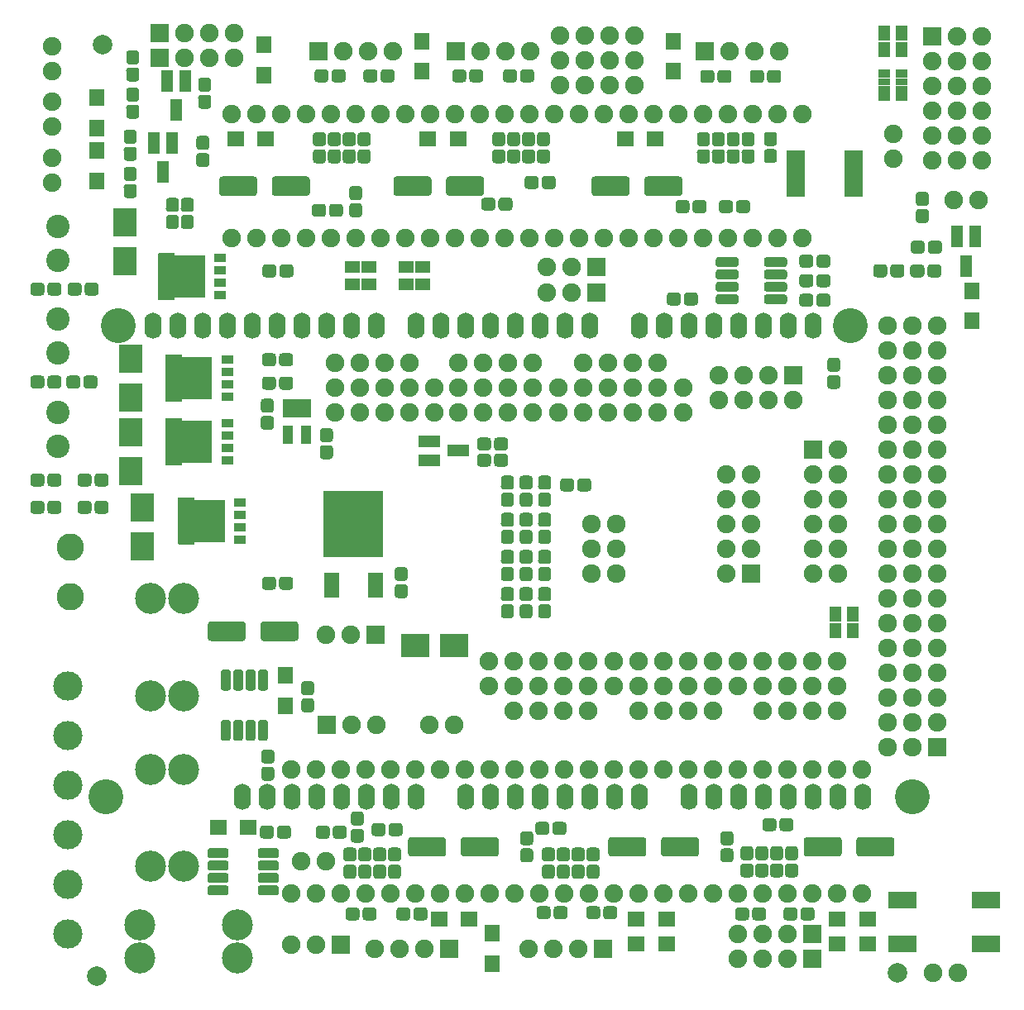
<source format=gbr>
G04 #@! TF.GenerationSoftware,KiCad,Pcbnew,5.1.6*
G04 #@! TF.CreationDate,2020-06-13T11:17:34+02:00*
G04 #@! TF.ProjectId,RAMPS-FD,52414d50-532d-4464-942e-6b696361645f,3.0*
G04 #@! TF.SameCoordinates,Original*
G04 #@! TF.FileFunction,Soldermask,Top*
G04 #@! TF.FilePolarity,Negative*
%FSLAX46Y46*%
G04 Gerber Fmt 4.6, Leading zero omitted, Abs format (unit mm)*
G04 Created by KiCad (PCBNEW 5.1.6) date 2020-06-13 11:17:34*
%MOMM*%
%LPD*%
G01*
G04 APERTURE LIST*
%ADD10C,2.400000*%
%ADD11C,2.800000*%
%ADD12C,3.180000*%
%ADD13R,2.900000X2.400000*%
%ADD14R,2.400000X2.900000*%
%ADD15R,1.800000X1.500000*%
%ADD16R,1.500000X1.800000*%
%ADD17R,1.200000X0.900000*%
%ADD18R,1.200000X0.800000*%
%ADD19R,0.900000X1.200000*%
%ADD20R,0.800000X1.200000*%
%ADD21C,0.100000*%
%ADD22R,1.290000X0.840000*%
%ADD23C,1.900000*%
%ADD24R,1.900000X1.900000*%
%ADD25C,3.000000*%
%ADD26R,1.200000X2.300000*%
%ADD27R,1.050000X1.960000*%
%ADD28R,1.850000X0.850000*%
%ADD29C,1.924000*%
%ADD30O,1.770000X2.686000*%
%ADD31C,3.575000*%
%ADD32C,2.000000*%
%ADD33R,6.200000X6.800000*%
%ADD34R,1.600000X2.600000*%
%ADD35R,2.899360X1.797000*%
%ADD36R,2.300000X1.200000*%
G04 APERTURE END LIST*
D10*
X55880000Y-60988000D03*
X55880000Y-64488000D03*
X55880000Y-70513000D03*
X55880000Y-74013000D03*
X55880000Y-80038000D03*
X55880000Y-83538000D03*
D11*
X57150000Y-93853000D03*
X57150000Y-98933000D03*
D12*
X68724000Y-116653000D03*
X65324000Y-116653000D03*
X68724000Y-126573000D03*
X65324000Y-126573000D03*
X74182000Y-135973000D03*
X74182000Y-132573000D03*
X64262000Y-135973000D03*
X64262000Y-132573000D03*
X68724000Y-99153000D03*
X65324000Y-99153000D03*
X68724000Y-109073000D03*
X65324000Y-109073000D03*
D13*
X92386400Y-103987600D03*
X96386400Y-103987600D03*
D14*
X63324000Y-82073000D03*
X63324000Y-86073000D03*
X64516000Y-89821000D03*
X64516000Y-93821000D03*
X62738000Y-60611000D03*
X62738000Y-64611000D03*
X63324000Y-74573000D03*
X63324000Y-78573000D03*
D15*
X75337000Y-122555000D03*
X72237000Y-122555000D03*
X115036000Y-131953000D03*
X118136000Y-131953000D03*
D16*
X118824000Y-42023000D03*
X118824000Y-45123000D03*
D15*
X135610000Y-131953000D03*
X138710000Y-131953000D03*
X116993000Y-52070000D03*
X113893000Y-52070000D03*
D16*
X59817000Y-53263200D03*
X59817000Y-56363200D03*
X59817000Y-47853000D03*
X59817000Y-50953000D03*
D15*
X96800000Y-52070000D03*
X93700000Y-52070000D03*
X77115000Y-52070000D03*
X74015000Y-52070000D03*
X94843000Y-131953000D03*
X97943000Y-131953000D03*
D16*
X79121000Y-110135000D03*
X79121000Y-107035000D03*
X149415500Y-67601500D03*
X149415500Y-70701500D03*
X93074000Y-42023000D03*
X93074000Y-45123000D03*
X76962000Y-42392000D03*
X76962000Y-45492000D03*
D15*
X115036000Y-134493000D03*
X118136000Y-134493000D03*
D16*
X100324000Y-136551000D03*
X100324000Y-133451000D03*
D15*
X135610000Y-134493000D03*
X138710000Y-134493000D03*
D17*
X140424000Y-45373000D03*
D18*
X140424000Y-46173000D03*
D17*
X140424000Y-47773000D03*
D18*
X140424000Y-46973000D03*
D17*
X142224000Y-45373000D03*
D18*
X142224000Y-46973000D03*
X142224000Y-46173000D03*
D17*
X142224000Y-47773000D03*
X140424000Y-40873000D03*
D18*
X140424000Y-41673000D03*
D17*
X140424000Y-43273000D03*
D18*
X140424000Y-42473000D03*
D17*
X142224000Y-40873000D03*
D18*
X142224000Y-42473000D03*
X142224000Y-41673000D03*
D17*
X142224000Y-43273000D03*
D19*
X93524000Y-65173000D03*
D20*
X92724000Y-65173000D03*
D19*
X91124000Y-65173000D03*
D20*
X91924000Y-65173000D03*
D19*
X93524000Y-66973000D03*
D20*
X91924000Y-66973000D03*
X92724000Y-66973000D03*
D19*
X91124000Y-66973000D03*
X85624000Y-66973000D03*
D20*
X86424000Y-66973000D03*
D19*
X88024000Y-66973000D03*
D20*
X87224000Y-66973000D03*
D19*
X85624000Y-65173000D03*
D20*
X87224000Y-65173000D03*
X86424000Y-65173000D03*
D19*
X88024000Y-65173000D03*
D17*
X135424000Y-100373000D03*
D18*
X135424000Y-101173000D03*
D17*
X135424000Y-102773000D03*
D18*
X135424000Y-101973000D03*
D17*
X137224000Y-100373000D03*
D18*
X137224000Y-101973000D03*
X137224000Y-101173000D03*
D17*
X137224000Y-102773000D03*
G36*
G01*
X76986500Y-116355000D02*
X77661500Y-116355000D01*
G75*
G02*
X77999000Y-116692500I0J-337500D01*
G01*
X77999000Y-117467500D01*
G75*
G02*
X77661500Y-117805000I-337500J0D01*
G01*
X76986500Y-117805000D01*
G75*
G02*
X76649000Y-117467500I0J337500D01*
G01*
X76649000Y-116692500D01*
G75*
G02*
X76986500Y-116355000I337500J0D01*
G01*
G37*
G36*
G01*
X76986500Y-114605000D02*
X77661500Y-114605000D01*
G75*
G02*
X77999000Y-114942500I0J-337500D01*
G01*
X77999000Y-115717500D01*
G75*
G02*
X77661500Y-116055000I-337500J0D01*
G01*
X76986500Y-116055000D01*
G75*
G02*
X76649000Y-115717500I0J337500D01*
G01*
X76649000Y-114942500D01*
G75*
G02*
X76986500Y-114605000I337500J0D01*
G01*
G37*
G36*
G01*
X83843000Y-45930500D02*
X83843000Y-45255500D01*
G75*
G02*
X84180500Y-44918000I337500J0D01*
G01*
X84955500Y-44918000D01*
G75*
G02*
X85293000Y-45255500I0J-337500D01*
G01*
X85293000Y-45930500D01*
G75*
G02*
X84955500Y-46268000I-337500J0D01*
G01*
X84180500Y-46268000D01*
G75*
G02*
X83843000Y-45930500I0J337500D01*
G01*
G37*
G36*
G01*
X82093000Y-45930500D02*
X82093000Y-45255500D01*
G75*
G02*
X82430500Y-44918000I337500J0D01*
G01*
X83205500Y-44918000D01*
G75*
G02*
X83543000Y-45255500I0J-337500D01*
G01*
X83543000Y-45930500D01*
G75*
G02*
X83205500Y-46268000I-337500J0D01*
G01*
X82430500Y-46268000D01*
G75*
G02*
X82093000Y-45930500I0J337500D01*
G01*
G37*
G36*
G01*
X86848000Y-53109000D02*
X87523000Y-53109000D01*
G75*
G02*
X87860500Y-53446500I0J-337500D01*
G01*
X87860500Y-54221500D01*
G75*
G02*
X87523000Y-54559000I-337500J0D01*
G01*
X86848000Y-54559000D01*
G75*
G02*
X86510500Y-54221500I0J337500D01*
G01*
X86510500Y-53446500D01*
G75*
G02*
X86848000Y-53109000I337500J0D01*
G01*
G37*
G36*
G01*
X86848000Y-51359000D02*
X87523000Y-51359000D01*
G75*
G02*
X87860500Y-51696500I0J-337500D01*
G01*
X87860500Y-52471500D01*
G75*
G02*
X87523000Y-52809000I-337500J0D01*
G01*
X86848000Y-52809000D01*
G75*
G02*
X86510500Y-52471500I0J337500D01*
G01*
X86510500Y-51696500D01*
G75*
G02*
X86848000Y-51359000I337500J0D01*
G01*
G37*
G36*
G01*
X126154500Y-53109000D02*
X126829500Y-53109000D01*
G75*
G02*
X127167000Y-53446500I0J-337500D01*
G01*
X127167000Y-54221500D01*
G75*
G02*
X126829500Y-54559000I-337500J0D01*
G01*
X126154500Y-54559000D01*
G75*
G02*
X125817000Y-54221500I0J337500D01*
G01*
X125817000Y-53446500D01*
G75*
G02*
X126154500Y-53109000I337500J0D01*
G01*
G37*
G36*
G01*
X126154500Y-51359000D02*
X126829500Y-51359000D01*
G75*
G02*
X127167000Y-51696500I0J-337500D01*
G01*
X127167000Y-52471500D01*
G75*
G02*
X126829500Y-52809000I-337500J0D01*
G01*
X126154500Y-52809000D01*
G75*
G02*
X125817000Y-52471500I0J337500D01*
G01*
X125817000Y-51696500D01*
G75*
G02*
X126154500Y-51359000I337500J0D01*
G01*
G37*
G36*
G01*
X105199500Y-53109000D02*
X105874500Y-53109000D01*
G75*
G02*
X106212000Y-53446500I0J-337500D01*
G01*
X106212000Y-54221500D01*
G75*
G02*
X105874500Y-54559000I-337500J0D01*
G01*
X105199500Y-54559000D01*
G75*
G02*
X104862000Y-54221500I0J337500D01*
G01*
X104862000Y-53446500D01*
G75*
G02*
X105199500Y-53109000I337500J0D01*
G01*
G37*
G36*
G01*
X105199500Y-51359000D02*
X105874500Y-51359000D01*
G75*
G02*
X106212000Y-51696500I0J-337500D01*
G01*
X106212000Y-52471500D01*
G75*
G02*
X105874500Y-52809000I-337500J0D01*
G01*
X105199500Y-52809000D01*
G75*
G02*
X104862000Y-52471500I0J337500D01*
G01*
X104862000Y-51696500D01*
G75*
G02*
X105199500Y-51359000I337500J0D01*
G01*
G37*
G36*
G01*
X85324000Y-53109000D02*
X85999000Y-53109000D01*
G75*
G02*
X86336500Y-53446500I0J-337500D01*
G01*
X86336500Y-54221500D01*
G75*
G02*
X85999000Y-54559000I-337500J0D01*
G01*
X85324000Y-54559000D01*
G75*
G02*
X84986500Y-54221500I0J337500D01*
G01*
X84986500Y-53446500D01*
G75*
G02*
X85324000Y-53109000I337500J0D01*
G01*
G37*
G36*
G01*
X85324000Y-51359000D02*
X85999000Y-51359000D01*
G75*
G02*
X86336500Y-51696500I0J-337500D01*
G01*
X86336500Y-52471500D01*
G75*
G02*
X85999000Y-52809000I-337500J0D01*
G01*
X85324000Y-52809000D01*
G75*
G02*
X84986500Y-52471500I0J337500D01*
G01*
X84986500Y-51696500D01*
G75*
G02*
X85324000Y-51359000I337500J0D01*
G01*
G37*
G36*
G01*
X124630500Y-53109000D02*
X125305500Y-53109000D01*
G75*
G02*
X125643000Y-53446500I0J-337500D01*
G01*
X125643000Y-54221500D01*
G75*
G02*
X125305500Y-54559000I-337500J0D01*
G01*
X124630500Y-54559000D01*
G75*
G02*
X124293000Y-54221500I0J337500D01*
G01*
X124293000Y-53446500D01*
G75*
G02*
X124630500Y-53109000I337500J0D01*
G01*
G37*
G36*
G01*
X124630500Y-51359000D02*
X125305500Y-51359000D01*
G75*
G02*
X125643000Y-51696500I0J-337500D01*
G01*
X125643000Y-52471500D01*
G75*
G02*
X125305500Y-52809000I-337500J0D01*
G01*
X124630500Y-52809000D01*
G75*
G02*
X124293000Y-52471500I0J337500D01*
G01*
X124293000Y-51696500D01*
G75*
G02*
X124630500Y-51359000I337500J0D01*
G01*
G37*
G36*
G01*
X103675500Y-53109000D02*
X104350500Y-53109000D01*
G75*
G02*
X104688000Y-53446500I0J-337500D01*
G01*
X104688000Y-54221500D01*
G75*
G02*
X104350500Y-54559000I-337500J0D01*
G01*
X103675500Y-54559000D01*
G75*
G02*
X103338000Y-54221500I0J337500D01*
G01*
X103338000Y-53446500D01*
G75*
G02*
X103675500Y-53109000I337500J0D01*
G01*
G37*
G36*
G01*
X103675500Y-51359000D02*
X104350500Y-51359000D01*
G75*
G02*
X104688000Y-51696500I0J-337500D01*
G01*
X104688000Y-52471500D01*
G75*
G02*
X104350500Y-52809000I-337500J0D01*
G01*
X103675500Y-52809000D01*
G75*
G02*
X103338000Y-52471500I0J337500D01*
G01*
X103338000Y-51696500D01*
G75*
G02*
X103675500Y-51359000I337500J0D01*
G01*
G37*
G36*
G01*
X83800000Y-53109000D02*
X84475000Y-53109000D01*
G75*
G02*
X84812500Y-53446500I0J-337500D01*
G01*
X84812500Y-54221500D01*
G75*
G02*
X84475000Y-54559000I-337500J0D01*
G01*
X83800000Y-54559000D01*
G75*
G02*
X83462500Y-54221500I0J337500D01*
G01*
X83462500Y-53446500D01*
G75*
G02*
X83800000Y-53109000I337500J0D01*
G01*
G37*
G36*
G01*
X83800000Y-51359000D02*
X84475000Y-51359000D01*
G75*
G02*
X84812500Y-51696500I0J-337500D01*
G01*
X84812500Y-52471500D01*
G75*
G02*
X84475000Y-52809000I-337500J0D01*
G01*
X83800000Y-52809000D01*
G75*
G02*
X83462500Y-52471500I0J337500D01*
G01*
X83462500Y-51696500D01*
G75*
G02*
X83800000Y-51359000I337500J0D01*
G01*
G37*
G36*
G01*
X121582500Y-53109000D02*
X122257500Y-53109000D01*
G75*
G02*
X122595000Y-53446500I0J-337500D01*
G01*
X122595000Y-54221500D01*
G75*
G02*
X122257500Y-54559000I-337500J0D01*
G01*
X121582500Y-54559000D01*
G75*
G02*
X121245000Y-54221500I0J337500D01*
G01*
X121245000Y-53446500D01*
G75*
G02*
X121582500Y-53109000I337500J0D01*
G01*
G37*
G36*
G01*
X121582500Y-51359000D02*
X122257500Y-51359000D01*
G75*
G02*
X122595000Y-51696500I0J-337500D01*
G01*
X122595000Y-52471500D01*
G75*
G02*
X122257500Y-52809000I-337500J0D01*
G01*
X121582500Y-52809000D01*
G75*
G02*
X121245000Y-52471500I0J337500D01*
G01*
X121245000Y-51696500D01*
G75*
G02*
X121582500Y-51359000I337500J0D01*
G01*
G37*
G36*
G01*
X102151500Y-53109000D02*
X102826500Y-53109000D01*
G75*
G02*
X103164000Y-53446500I0J-337500D01*
G01*
X103164000Y-54221500D01*
G75*
G02*
X102826500Y-54559000I-337500J0D01*
G01*
X102151500Y-54559000D01*
G75*
G02*
X101814000Y-54221500I0J337500D01*
G01*
X101814000Y-53446500D01*
G75*
G02*
X102151500Y-53109000I337500J0D01*
G01*
G37*
G36*
G01*
X102151500Y-51359000D02*
X102826500Y-51359000D01*
G75*
G02*
X103164000Y-51696500I0J-337500D01*
G01*
X103164000Y-52471500D01*
G75*
G02*
X102826500Y-52809000I-337500J0D01*
G01*
X102151500Y-52809000D01*
G75*
G02*
X101814000Y-52471500I0J337500D01*
G01*
X101814000Y-51696500D01*
G75*
G02*
X102151500Y-51359000I337500J0D01*
G01*
G37*
G36*
G01*
X82276000Y-53109000D02*
X82951000Y-53109000D01*
G75*
G02*
X83288500Y-53446500I0J-337500D01*
G01*
X83288500Y-54221500D01*
G75*
G02*
X82951000Y-54559000I-337500J0D01*
G01*
X82276000Y-54559000D01*
G75*
G02*
X81938500Y-54221500I0J337500D01*
G01*
X81938500Y-53446500D01*
G75*
G02*
X82276000Y-53109000I337500J0D01*
G01*
G37*
G36*
G01*
X82276000Y-51359000D02*
X82951000Y-51359000D01*
G75*
G02*
X83288500Y-51696500I0J-337500D01*
G01*
X83288500Y-52471500D01*
G75*
G02*
X82951000Y-52809000I-337500J0D01*
G01*
X82276000Y-52809000D01*
G75*
G02*
X81938500Y-52471500I0J337500D01*
G01*
X81938500Y-51696500D01*
G75*
G02*
X82276000Y-51359000I337500J0D01*
G01*
G37*
G36*
G01*
X123106500Y-53109000D02*
X123781500Y-53109000D01*
G75*
G02*
X124119000Y-53446500I0J-337500D01*
G01*
X124119000Y-54221500D01*
G75*
G02*
X123781500Y-54559000I-337500J0D01*
G01*
X123106500Y-54559000D01*
G75*
G02*
X122769000Y-54221500I0J337500D01*
G01*
X122769000Y-53446500D01*
G75*
G02*
X123106500Y-53109000I337500J0D01*
G01*
G37*
G36*
G01*
X123106500Y-51359000D02*
X123781500Y-51359000D01*
G75*
G02*
X124119000Y-51696500I0J-337500D01*
G01*
X124119000Y-52471500D01*
G75*
G02*
X123781500Y-52809000I-337500J0D01*
G01*
X123106500Y-52809000D01*
G75*
G02*
X122769000Y-52471500I0J337500D01*
G01*
X122769000Y-51696500D01*
G75*
G02*
X123106500Y-51359000I337500J0D01*
G01*
G37*
G36*
G01*
X100627500Y-53109000D02*
X101302500Y-53109000D01*
G75*
G02*
X101640000Y-53446500I0J-337500D01*
G01*
X101640000Y-54221500D01*
G75*
G02*
X101302500Y-54559000I-337500J0D01*
G01*
X100627500Y-54559000D01*
G75*
G02*
X100290000Y-54221500I0J337500D01*
G01*
X100290000Y-53446500D01*
G75*
G02*
X100627500Y-53109000I337500J0D01*
G01*
G37*
G36*
G01*
X100627500Y-51359000D02*
X101302500Y-51359000D01*
G75*
G02*
X101640000Y-51696500I0J-337500D01*
G01*
X101640000Y-52471500D01*
G75*
G02*
X101302500Y-52809000I-337500J0D01*
G01*
X100627500Y-52809000D01*
G75*
G02*
X100290000Y-52471500I0J337500D01*
G01*
X100290000Y-51696500D01*
G75*
G02*
X100627500Y-51359000I337500J0D01*
G01*
G37*
G36*
G01*
X103147000Y-45930500D02*
X103147000Y-45255500D01*
G75*
G02*
X103484500Y-44918000I337500J0D01*
G01*
X104259500Y-44918000D01*
G75*
G02*
X104597000Y-45255500I0J-337500D01*
G01*
X104597000Y-45930500D01*
G75*
G02*
X104259500Y-46268000I-337500J0D01*
G01*
X103484500Y-46268000D01*
G75*
G02*
X103147000Y-45930500I0J337500D01*
G01*
G37*
G36*
G01*
X101397000Y-45930500D02*
X101397000Y-45255500D01*
G75*
G02*
X101734500Y-44918000I337500J0D01*
G01*
X102509500Y-44918000D01*
G75*
G02*
X102847000Y-45255500I0J-337500D01*
G01*
X102847000Y-45930500D01*
G75*
G02*
X102509500Y-46268000I-337500J0D01*
G01*
X101734500Y-46268000D01*
G75*
G02*
X101397000Y-45930500I0J337500D01*
G01*
G37*
G36*
G01*
X128420000Y-45994000D02*
X128420000Y-45319000D01*
G75*
G02*
X128757500Y-44981500I337500J0D01*
G01*
X129532500Y-44981500D01*
G75*
G02*
X129870000Y-45319000I0J-337500D01*
G01*
X129870000Y-45994000D01*
G75*
G02*
X129532500Y-46331500I-337500J0D01*
G01*
X128757500Y-46331500D01*
G75*
G02*
X128420000Y-45994000I0J337500D01*
G01*
G37*
G36*
G01*
X126670000Y-45994000D02*
X126670000Y-45319000D01*
G75*
G02*
X127007500Y-44981500I337500J0D01*
G01*
X127782500Y-44981500D01*
G75*
G02*
X128120000Y-45319000I0J-337500D01*
G01*
X128120000Y-45994000D01*
G75*
G02*
X127782500Y-46331500I-337500J0D01*
G01*
X127007500Y-46331500D01*
G75*
G02*
X126670000Y-45994000I0J337500D01*
G01*
G37*
G36*
G01*
X88859500Y-45930500D02*
X88859500Y-45255500D01*
G75*
G02*
X89197000Y-44918000I337500J0D01*
G01*
X89972000Y-44918000D01*
G75*
G02*
X90309500Y-45255500I0J-337500D01*
G01*
X90309500Y-45930500D01*
G75*
G02*
X89972000Y-46268000I-337500J0D01*
G01*
X89197000Y-46268000D01*
G75*
G02*
X88859500Y-45930500I0J337500D01*
G01*
G37*
G36*
G01*
X87109500Y-45930500D02*
X87109500Y-45255500D01*
G75*
G02*
X87447000Y-44918000I337500J0D01*
G01*
X88222000Y-44918000D01*
G75*
G02*
X88559500Y-45255500I0J-337500D01*
G01*
X88559500Y-45930500D01*
G75*
G02*
X88222000Y-46268000I-337500J0D01*
G01*
X87447000Y-46268000D01*
G75*
G02*
X87109500Y-45930500I0J337500D01*
G01*
G37*
G36*
G01*
X97940000Y-45930500D02*
X97940000Y-45255500D01*
G75*
G02*
X98277500Y-44918000I337500J0D01*
G01*
X99052500Y-44918000D01*
G75*
G02*
X99390000Y-45255500I0J-337500D01*
G01*
X99390000Y-45930500D01*
G75*
G02*
X99052500Y-46268000I-337500J0D01*
G01*
X98277500Y-46268000D01*
G75*
G02*
X97940000Y-45930500I0J337500D01*
G01*
G37*
G36*
G01*
X96190000Y-45930500D02*
X96190000Y-45255500D01*
G75*
G02*
X96527500Y-44918000I337500J0D01*
G01*
X97302500Y-44918000D01*
G75*
G02*
X97640000Y-45255500I0J-337500D01*
G01*
X97640000Y-45930500D01*
G75*
G02*
X97302500Y-46268000I-337500J0D01*
G01*
X96527500Y-46268000D01*
G75*
G02*
X96190000Y-45930500I0J337500D01*
G01*
G37*
G36*
G01*
X123340000Y-45994000D02*
X123340000Y-45319000D01*
G75*
G02*
X123677500Y-44981500I337500J0D01*
G01*
X124452500Y-44981500D01*
G75*
G02*
X124790000Y-45319000I0J-337500D01*
G01*
X124790000Y-45994000D01*
G75*
G02*
X124452500Y-46331500I-337500J0D01*
G01*
X123677500Y-46331500D01*
G75*
G02*
X123340000Y-45994000I0J337500D01*
G01*
G37*
G36*
G01*
X121590000Y-45994000D02*
X121590000Y-45319000D01*
G75*
G02*
X121927500Y-44981500I337500J0D01*
G01*
X122702500Y-44981500D01*
G75*
G02*
X123040000Y-45319000I0J-337500D01*
G01*
X123040000Y-45994000D01*
G75*
G02*
X122702500Y-46331500I-337500J0D01*
G01*
X121927500Y-46331500D01*
G75*
G02*
X121590000Y-45994000I0J337500D01*
G01*
G37*
G36*
G01*
X106382500Y-126088000D02*
X105707500Y-126088000D01*
G75*
G02*
X105370000Y-125750500I0J337500D01*
G01*
X105370000Y-124975500D01*
G75*
G02*
X105707500Y-124638000I337500J0D01*
G01*
X106382500Y-124638000D01*
G75*
G02*
X106720000Y-124975500I0J-337500D01*
G01*
X106720000Y-125750500D01*
G75*
G02*
X106382500Y-126088000I-337500J0D01*
G01*
G37*
G36*
G01*
X106382500Y-127838000D02*
X105707500Y-127838000D01*
G75*
G02*
X105370000Y-127500500I0J337500D01*
G01*
X105370000Y-126725500D01*
G75*
G02*
X105707500Y-126388000I337500J0D01*
G01*
X106382500Y-126388000D01*
G75*
G02*
X106720000Y-126725500I0J-337500D01*
G01*
X106720000Y-127500500D01*
G75*
G02*
X106382500Y-127838000I-337500J0D01*
G01*
G37*
G36*
G01*
X126702500Y-125961000D02*
X126027500Y-125961000D01*
G75*
G02*
X125690000Y-125623500I0J337500D01*
G01*
X125690000Y-124848500D01*
G75*
G02*
X126027500Y-124511000I337500J0D01*
G01*
X126702500Y-124511000D01*
G75*
G02*
X127040000Y-124848500I0J-337500D01*
G01*
X127040000Y-125623500D01*
G75*
G02*
X126702500Y-125961000I-337500J0D01*
G01*
G37*
G36*
G01*
X126702500Y-127711000D02*
X126027500Y-127711000D01*
G75*
G02*
X125690000Y-127373500I0J337500D01*
G01*
X125690000Y-126598500D01*
G75*
G02*
X126027500Y-126261000I337500J0D01*
G01*
X126702500Y-126261000D01*
G75*
G02*
X127040000Y-126598500I0J-337500D01*
G01*
X127040000Y-127373500D01*
G75*
G02*
X126702500Y-127711000I-337500J0D01*
G01*
G37*
G36*
G01*
X86062500Y-126088000D02*
X85387500Y-126088000D01*
G75*
G02*
X85050000Y-125750500I0J337500D01*
G01*
X85050000Y-124975500D01*
G75*
G02*
X85387500Y-124638000I337500J0D01*
G01*
X86062500Y-124638000D01*
G75*
G02*
X86400000Y-124975500I0J-337500D01*
G01*
X86400000Y-125750500D01*
G75*
G02*
X86062500Y-126088000I-337500J0D01*
G01*
G37*
G36*
G01*
X86062500Y-127838000D02*
X85387500Y-127838000D01*
G75*
G02*
X85050000Y-127500500I0J337500D01*
G01*
X85050000Y-126725500D01*
G75*
G02*
X85387500Y-126388000I337500J0D01*
G01*
X86062500Y-126388000D01*
G75*
G02*
X86400000Y-126725500I0J-337500D01*
G01*
X86400000Y-127500500D01*
G75*
G02*
X86062500Y-127838000I-337500J0D01*
G01*
G37*
G36*
G01*
X107906500Y-126088000D02*
X107231500Y-126088000D01*
G75*
G02*
X106894000Y-125750500I0J337500D01*
G01*
X106894000Y-124975500D01*
G75*
G02*
X107231500Y-124638000I337500J0D01*
G01*
X107906500Y-124638000D01*
G75*
G02*
X108244000Y-124975500I0J-337500D01*
G01*
X108244000Y-125750500D01*
G75*
G02*
X107906500Y-126088000I-337500J0D01*
G01*
G37*
G36*
G01*
X107906500Y-127838000D02*
X107231500Y-127838000D01*
G75*
G02*
X106894000Y-127500500I0J337500D01*
G01*
X106894000Y-126725500D01*
G75*
G02*
X107231500Y-126388000I337500J0D01*
G01*
X107906500Y-126388000D01*
G75*
G02*
X108244000Y-126725500I0J-337500D01*
G01*
X108244000Y-127500500D01*
G75*
G02*
X107906500Y-127838000I-337500J0D01*
G01*
G37*
G36*
G01*
X128226500Y-125961000D02*
X127551500Y-125961000D01*
G75*
G02*
X127214000Y-125623500I0J337500D01*
G01*
X127214000Y-124848500D01*
G75*
G02*
X127551500Y-124511000I337500J0D01*
G01*
X128226500Y-124511000D01*
G75*
G02*
X128564000Y-124848500I0J-337500D01*
G01*
X128564000Y-125623500D01*
G75*
G02*
X128226500Y-125961000I-337500J0D01*
G01*
G37*
G36*
G01*
X128226500Y-127711000D02*
X127551500Y-127711000D01*
G75*
G02*
X127214000Y-127373500I0J337500D01*
G01*
X127214000Y-126598500D01*
G75*
G02*
X127551500Y-126261000I337500J0D01*
G01*
X128226500Y-126261000D01*
G75*
G02*
X128564000Y-126598500I0J-337500D01*
G01*
X128564000Y-127373500D01*
G75*
G02*
X128226500Y-127711000I-337500J0D01*
G01*
G37*
G36*
G01*
X87586500Y-126088000D02*
X86911500Y-126088000D01*
G75*
G02*
X86574000Y-125750500I0J337500D01*
G01*
X86574000Y-124975500D01*
G75*
G02*
X86911500Y-124638000I337500J0D01*
G01*
X87586500Y-124638000D01*
G75*
G02*
X87924000Y-124975500I0J-337500D01*
G01*
X87924000Y-125750500D01*
G75*
G02*
X87586500Y-126088000I-337500J0D01*
G01*
G37*
G36*
G01*
X87586500Y-127838000D02*
X86911500Y-127838000D01*
G75*
G02*
X86574000Y-127500500I0J337500D01*
G01*
X86574000Y-126725500D01*
G75*
G02*
X86911500Y-126388000I337500J0D01*
G01*
X87586500Y-126388000D01*
G75*
G02*
X87924000Y-126725500I0J-337500D01*
G01*
X87924000Y-127500500D01*
G75*
G02*
X87586500Y-127838000I-337500J0D01*
G01*
G37*
G36*
G01*
X110954500Y-126088000D02*
X110279500Y-126088000D01*
G75*
G02*
X109942000Y-125750500I0J337500D01*
G01*
X109942000Y-124975500D01*
G75*
G02*
X110279500Y-124638000I337500J0D01*
G01*
X110954500Y-124638000D01*
G75*
G02*
X111292000Y-124975500I0J-337500D01*
G01*
X111292000Y-125750500D01*
G75*
G02*
X110954500Y-126088000I-337500J0D01*
G01*
G37*
G36*
G01*
X110954500Y-127838000D02*
X110279500Y-127838000D01*
G75*
G02*
X109942000Y-127500500I0J337500D01*
G01*
X109942000Y-126725500D01*
G75*
G02*
X110279500Y-126388000I337500J0D01*
G01*
X110954500Y-126388000D01*
G75*
G02*
X111292000Y-126725500I0J-337500D01*
G01*
X111292000Y-127500500D01*
G75*
G02*
X110954500Y-127838000I-337500J0D01*
G01*
G37*
G36*
G01*
X131274500Y-125961000D02*
X130599500Y-125961000D01*
G75*
G02*
X130262000Y-125623500I0J337500D01*
G01*
X130262000Y-124848500D01*
G75*
G02*
X130599500Y-124511000I337500J0D01*
G01*
X131274500Y-124511000D01*
G75*
G02*
X131612000Y-124848500I0J-337500D01*
G01*
X131612000Y-125623500D01*
G75*
G02*
X131274500Y-125961000I-337500J0D01*
G01*
G37*
G36*
G01*
X131274500Y-127711000D02*
X130599500Y-127711000D01*
G75*
G02*
X130262000Y-127373500I0J337500D01*
G01*
X130262000Y-126598500D01*
G75*
G02*
X130599500Y-126261000I337500J0D01*
G01*
X131274500Y-126261000D01*
G75*
G02*
X131612000Y-126598500I0J-337500D01*
G01*
X131612000Y-127373500D01*
G75*
G02*
X131274500Y-127711000I-337500J0D01*
G01*
G37*
G36*
G01*
X90634500Y-126088000D02*
X89959500Y-126088000D01*
G75*
G02*
X89622000Y-125750500I0J337500D01*
G01*
X89622000Y-124975500D01*
G75*
G02*
X89959500Y-124638000I337500J0D01*
G01*
X90634500Y-124638000D01*
G75*
G02*
X90972000Y-124975500I0J-337500D01*
G01*
X90972000Y-125750500D01*
G75*
G02*
X90634500Y-126088000I-337500J0D01*
G01*
G37*
G36*
G01*
X90634500Y-127838000D02*
X89959500Y-127838000D01*
G75*
G02*
X89622000Y-127500500I0J337500D01*
G01*
X89622000Y-126725500D01*
G75*
G02*
X89959500Y-126388000I337500J0D01*
G01*
X90634500Y-126388000D01*
G75*
G02*
X90972000Y-126725500I0J-337500D01*
G01*
X90972000Y-127500500D01*
G75*
G02*
X90634500Y-127838000I-337500J0D01*
G01*
G37*
G36*
G01*
X109430500Y-126088000D02*
X108755500Y-126088000D01*
G75*
G02*
X108418000Y-125750500I0J337500D01*
G01*
X108418000Y-124975500D01*
G75*
G02*
X108755500Y-124638000I337500J0D01*
G01*
X109430500Y-124638000D01*
G75*
G02*
X109768000Y-124975500I0J-337500D01*
G01*
X109768000Y-125750500D01*
G75*
G02*
X109430500Y-126088000I-337500J0D01*
G01*
G37*
G36*
G01*
X109430500Y-127838000D02*
X108755500Y-127838000D01*
G75*
G02*
X108418000Y-127500500I0J337500D01*
G01*
X108418000Y-126725500D01*
G75*
G02*
X108755500Y-126388000I337500J0D01*
G01*
X109430500Y-126388000D01*
G75*
G02*
X109768000Y-126725500I0J-337500D01*
G01*
X109768000Y-127500500D01*
G75*
G02*
X109430500Y-127838000I-337500J0D01*
G01*
G37*
G36*
G01*
X129750500Y-125961000D02*
X129075500Y-125961000D01*
G75*
G02*
X128738000Y-125623500I0J337500D01*
G01*
X128738000Y-124848500D01*
G75*
G02*
X129075500Y-124511000I337500J0D01*
G01*
X129750500Y-124511000D01*
G75*
G02*
X130088000Y-124848500I0J-337500D01*
G01*
X130088000Y-125623500D01*
G75*
G02*
X129750500Y-125961000I-337500J0D01*
G01*
G37*
G36*
G01*
X129750500Y-127711000D02*
X129075500Y-127711000D01*
G75*
G02*
X128738000Y-127373500I0J337500D01*
G01*
X128738000Y-126598500D01*
G75*
G02*
X129075500Y-126261000I337500J0D01*
G01*
X129750500Y-126261000D01*
G75*
G02*
X130088000Y-126598500I0J-337500D01*
G01*
X130088000Y-127373500D01*
G75*
G02*
X129750500Y-127711000I-337500J0D01*
G01*
G37*
G36*
G01*
X89110500Y-126088000D02*
X88435500Y-126088000D01*
G75*
G02*
X88098000Y-125750500I0J337500D01*
G01*
X88098000Y-124975500D01*
G75*
G02*
X88435500Y-124638000I337500J0D01*
G01*
X89110500Y-124638000D01*
G75*
G02*
X89448000Y-124975500I0J-337500D01*
G01*
X89448000Y-125750500D01*
G75*
G02*
X89110500Y-126088000I-337500J0D01*
G01*
G37*
G36*
G01*
X89110500Y-127838000D02*
X88435500Y-127838000D01*
G75*
G02*
X88098000Y-127500500I0J337500D01*
G01*
X88098000Y-126725500D01*
G75*
G02*
X88435500Y-126388000I337500J0D01*
G01*
X89110500Y-126388000D01*
G75*
G02*
X89448000Y-126725500I0J-337500D01*
G01*
X89448000Y-127500500D01*
G75*
G02*
X89110500Y-127838000I-337500J0D01*
G01*
G37*
G36*
G01*
X86718000Y-131107500D02*
X86718000Y-131782500D01*
G75*
G02*
X86380500Y-132120000I-337500J0D01*
G01*
X85605500Y-132120000D01*
G75*
G02*
X85268000Y-131782500I0J337500D01*
G01*
X85268000Y-131107500D01*
G75*
G02*
X85605500Y-130770000I337500J0D01*
G01*
X86380500Y-130770000D01*
G75*
G02*
X86718000Y-131107500I0J-337500D01*
G01*
G37*
G36*
G01*
X88468000Y-131107500D02*
X88468000Y-131782500D01*
G75*
G02*
X88130500Y-132120000I-337500J0D01*
G01*
X87355500Y-132120000D01*
G75*
G02*
X87018000Y-131782500I0J337500D01*
G01*
X87018000Y-131107500D01*
G75*
G02*
X87355500Y-130770000I337500J0D01*
G01*
X88130500Y-130770000D01*
G75*
G02*
X88468000Y-131107500I0J-337500D01*
G01*
G37*
G36*
G01*
X106276000Y-130980500D02*
X106276000Y-131655500D01*
G75*
G02*
X105938500Y-131993000I-337500J0D01*
G01*
X105163500Y-131993000D01*
G75*
G02*
X104826000Y-131655500I0J337500D01*
G01*
X104826000Y-130980500D01*
G75*
G02*
X105163500Y-130643000I337500J0D01*
G01*
X105938500Y-130643000D01*
G75*
G02*
X106276000Y-130980500I0J-337500D01*
G01*
G37*
G36*
G01*
X108026000Y-130980500D02*
X108026000Y-131655500D01*
G75*
G02*
X107688500Y-131993000I-337500J0D01*
G01*
X106913500Y-131993000D01*
G75*
G02*
X106576000Y-131655500I0J337500D01*
G01*
X106576000Y-130980500D01*
G75*
G02*
X106913500Y-130643000I337500J0D01*
G01*
X107688500Y-130643000D01*
G75*
G02*
X108026000Y-130980500I0J-337500D01*
G01*
G37*
G36*
G01*
X126596000Y-131107500D02*
X126596000Y-131782500D01*
G75*
G02*
X126258500Y-132120000I-337500J0D01*
G01*
X125483500Y-132120000D01*
G75*
G02*
X125146000Y-131782500I0J337500D01*
G01*
X125146000Y-131107500D01*
G75*
G02*
X125483500Y-130770000I337500J0D01*
G01*
X126258500Y-130770000D01*
G75*
G02*
X126596000Y-131107500I0J-337500D01*
G01*
G37*
G36*
G01*
X128346000Y-131107500D02*
X128346000Y-131782500D01*
G75*
G02*
X128008500Y-132120000I-337500J0D01*
G01*
X127233500Y-132120000D01*
G75*
G02*
X126896000Y-131782500I0J337500D01*
G01*
X126896000Y-131107500D01*
G75*
G02*
X127233500Y-130770000I337500J0D01*
G01*
X128008500Y-130770000D01*
G75*
G02*
X128346000Y-131107500I0J-337500D01*
G01*
G37*
G36*
G01*
X91925000Y-131107500D02*
X91925000Y-131782500D01*
G75*
G02*
X91587500Y-132120000I-337500J0D01*
G01*
X90812500Y-132120000D01*
G75*
G02*
X90475000Y-131782500I0J337500D01*
G01*
X90475000Y-131107500D01*
G75*
G02*
X90812500Y-130770000I337500J0D01*
G01*
X91587500Y-130770000D01*
G75*
G02*
X91925000Y-131107500I0J-337500D01*
G01*
G37*
G36*
G01*
X93675000Y-131107500D02*
X93675000Y-131782500D01*
G75*
G02*
X93337500Y-132120000I-337500J0D01*
G01*
X92562500Y-132120000D01*
G75*
G02*
X92225000Y-131782500I0J337500D01*
G01*
X92225000Y-131107500D01*
G75*
G02*
X92562500Y-130770000I337500J0D01*
G01*
X93337500Y-130770000D01*
G75*
G02*
X93675000Y-131107500I0J-337500D01*
G01*
G37*
G36*
G01*
X111356000Y-130980500D02*
X111356000Y-131655500D01*
G75*
G02*
X111018500Y-131993000I-337500J0D01*
G01*
X110243500Y-131993000D01*
G75*
G02*
X109906000Y-131655500I0J337500D01*
G01*
X109906000Y-130980500D01*
G75*
G02*
X110243500Y-130643000I337500J0D01*
G01*
X111018500Y-130643000D01*
G75*
G02*
X111356000Y-130980500I0J-337500D01*
G01*
G37*
G36*
G01*
X113106000Y-130980500D02*
X113106000Y-131655500D01*
G75*
G02*
X112768500Y-131993000I-337500J0D01*
G01*
X111993500Y-131993000D01*
G75*
G02*
X111656000Y-131655500I0J337500D01*
G01*
X111656000Y-130980500D01*
G75*
G02*
X111993500Y-130643000I337500J0D01*
G01*
X112768500Y-130643000D01*
G75*
G02*
X113106000Y-130980500I0J-337500D01*
G01*
G37*
G36*
G01*
X131549000Y-131107500D02*
X131549000Y-131782500D01*
G75*
G02*
X131211500Y-132120000I-337500J0D01*
G01*
X130436500Y-132120000D01*
G75*
G02*
X130099000Y-131782500I0J337500D01*
G01*
X130099000Y-131107500D01*
G75*
G02*
X130436500Y-130770000I337500J0D01*
G01*
X131211500Y-130770000D01*
G75*
G02*
X131549000Y-131107500I0J-337500D01*
G01*
G37*
G36*
G01*
X133299000Y-131107500D02*
X133299000Y-131782500D01*
G75*
G02*
X132961500Y-132120000I-337500J0D01*
G01*
X132186500Y-132120000D01*
G75*
G02*
X131849000Y-131782500I0J337500D01*
G01*
X131849000Y-131107500D01*
G75*
G02*
X132186500Y-130770000I337500J0D01*
G01*
X132961500Y-130770000D01*
G75*
G02*
X133299000Y-131107500I0J-337500D01*
G01*
G37*
G36*
G01*
X81744500Y-109056000D02*
X81069500Y-109056000D01*
G75*
G02*
X80732000Y-108718500I0J337500D01*
G01*
X80732000Y-107943500D01*
G75*
G02*
X81069500Y-107606000I337500J0D01*
G01*
X81744500Y-107606000D01*
G75*
G02*
X82082000Y-107943500I0J-337500D01*
G01*
X82082000Y-108718500D01*
G75*
G02*
X81744500Y-109056000I-337500J0D01*
G01*
G37*
G36*
G01*
X81744500Y-110806000D02*
X81069500Y-110806000D01*
G75*
G02*
X80732000Y-110468500I0J337500D01*
G01*
X80732000Y-109693500D01*
G75*
G02*
X81069500Y-109356000I337500J0D01*
G01*
X81744500Y-109356000D01*
G75*
G02*
X82082000Y-109693500I0J-337500D01*
G01*
X82082000Y-110468500D01*
G75*
G02*
X81744500Y-110806000I-337500J0D01*
G01*
G37*
G36*
G01*
X78255000Y-123400500D02*
X78255000Y-122725500D01*
G75*
G02*
X78592500Y-122388000I337500J0D01*
G01*
X79367500Y-122388000D01*
G75*
G02*
X79705000Y-122725500I0J-337500D01*
G01*
X79705000Y-123400500D01*
G75*
G02*
X79367500Y-123738000I-337500J0D01*
G01*
X78592500Y-123738000D01*
G75*
G02*
X78255000Y-123400500I0J337500D01*
G01*
G37*
G36*
G01*
X76505000Y-123400500D02*
X76505000Y-122725500D01*
G75*
G02*
X76842500Y-122388000I337500J0D01*
G01*
X77617500Y-122388000D01*
G75*
G02*
X77955000Y-122725500I0J-337500D01*
G01*
X77955000Y-123400500D01*
G75*
G02*
X77617500Y-123738000I-337500J0D01*
G01*
X76842500Y-123738000D01*
G75*
G02*
X76505000Y-123400500I0J337500D01*
G01*
G37*
G36*
G01*
X83974000Y-123410500D02*
X83974000Y-122735500D01*
G75*
G02*
X84311500Y-122398000I337500J0D01*
G01*
X85086500Y-122398000D01*
G75*
G02*
X85424000Y-122735500I0J-337500D01*
G01*
X85424000Y-123410500D01*
G75*
G02*
X85086500Y-123748000I-337500J0D01*
G01*
X84311500Y-123748000D01*
G75*
G02*
X83974000Y-123410500I0J337500D01*
G01*
G37*
G36*
G01*
X82224000Y-123410500D02*
X82224000Y-122735500D01*
G75*
G02*
X82561500Y-122398000I337500J0D01*
G01*
X83336500Y-122398000D01*
G75*
G02*
X83674000Y-122735500I0J-337500D01*
G01*
X83674000Y-123410500D01*
G75*
G02*
X83336500Y-123748000I-337500J0D01*
G01*
X82561500Y-123748000D01*
G75*
G02*
X82224000Y-123410500I0J337500D01*
G01*
G37*
G36*
G01*
X63837500Y-48237000D02*
X63162500Y-48237000D01*
G75*
G02*
X62825000Y-47899500I0J337500D01*
G01*
X62825000Y-47124500D01*
G75*
G02*
X63162500Y-46787000I337500J0D01*
G01*
X63837500Y-46787000D01*
G75*
G02*
X64175000Y-47124500I0J-337500D01*
G01*
X64175000Y-47899500D01*
G75*
G02*
X63837500Y-48237000I-337500J0D01*
G01*
G37*
G36*
G01*
X63837500Y-49987000D02*
X63162500Y-49987000D01*
G75*
G02*
X62825000Y-49649500I0J337500D01*
G01*
X62825000Y-48874500D01*
G75*
G02*
X63162500Y-48537000I337500J0D01*
G01*
X63837500Y-48537000D01*
G75*
G02*
X64175000Y-48874500I0J-337500D01*
G01*
X64175000Y-49649500D01*
G75*
G02*
X63837500Y-49987000I-337500J0D01*
G01*
G37*
G36*
G01*
X63583500Y-56365000D02*
X62908500Y-56365000D01*
G75*
G02*
X62571000Y-56027500I0J337500D01*
G01*
X62571000Y-55252500D01*
G75*
G02*
X62908500Y-54915000I337500J0D01*
G01*
X63583500Y-54915000D01*
G75*
G02*
X63921000Y-55252500I0J-337500D01*
G01*
X63921000Y-56027500D01*
G75*
G02*
X63583500Y-56365000I-337500J0D01*
G01*
G37*
G36*
G01*
X63583500Y-58115000D02*
X62908500Y-58115000D01*
G75*
G02*
X62571000Y-57777500I0J337500D01*
G01*
X62571000Y-57002500D01*
G75*
G02*
X62908500Y-56665000I337500J0D01*
G01*
X63583500Y-56665000D01*
G75*
G02*
X63921000Y-57002500I0J-337500D01*
G01*
X63921000Y-57777500D01*
G75*
G02*
X63583500Y-58115000I-337500J0D01*
G01*
G37*
G36*
G01*
X106001500Y-87988000D02*
X105326500Y-87988000D01*
G75*
G02*
X104989000Y-87650500I0J337500D01*
G01*
X104989000Y-86875500D01*
G75*
G02*
X105326500Y-86538000I337500J0D01*
G01*
X106001500Y-86538000D01*
G75*
G02*
X106339000Y-86875500I0J-337500D01*
G01*
X106339000Y-87650500D01*
G75*
G02*
X106001500Y-87988000I-337500J0D01*
G01*
G37*
G36*
G01*
X106001500Y-89738000D02*
X105326500Y-89738000D01*
G75*
G02*
X104989000Y-89400500I0J337500D01*
G01*
X104989000Y-88625500D01*
G75*
G02*
X105326500Y-88288000I337500J0D01*
G01*
X106001500Y-88288000D01*
G75*
G02*
X106339000Y-88625500I0J-337500D01*
G01*
X106339000Y-89400500D01*
G75*
G02*
X106001500Y-89738000I-337500J0D01*
G01*
G37*
G36*
G01*
X106001500Y-91798000D02*
X105326500Y-91798000D01*
G75*
G02*
X104989000Y-91460500I0J337500D01*
G01*
X104989000Y-90685500D01*
G75*
G02*
X105326500Y-90348000I337500J0D01*
G01*
X106001500Y-90348000D01*
G75*
G02*
X106339000Y-90685500I0J-337500D01*
G01*
X106339000Y-91460500D01*
G75*
G02*
X106001500Y-91798000I-337500J0D01*
G01*
G37*
G36*
G01*
X106001500Y-93548000D02*
X105326500Y-93548000D01*
G75*
G02*
X104989000Y-93210500I0J337500D01*
G01*
X104989000Y-92435500D01*
G75*
G02*
X105326500Y-92098000I337500J0D01*
G01*
X106001500Y-92098000D01*
G75*
G02*
X106339000Y-92435500I0J-337500D01*
G01*
X106339000Y-93210500D01*
G75*
G02*
X106001500Y-93548000I-337500J0D01*
G01*
G37*
G36*
G01*
X106001500Y-95608000D02*
X105326500Y-95608000D01*
G75*
G02*
X104989000Y-95270500I0J337500D01*
G01*
X104989000Y-94495500D01*
G75*
G02*
X105326500Y-94158000I337500J0D01*
G01*
X106001500Y-94158000D01*
G75*
G02*
X106339000Y-94495500I0J-337500D01*
G01*
X106339000Y-95270500D01*
G75*
G02*
X106001500Y-95608000I-337500J0D01*
G01*
G37*
G36*
G01*
X106001500Y-97358000D02*
X105326500Y-97358000D01*
G75*
G02*
X104989000Y-97020500I0J337500D01*
G01*
X104989000Y-96245500D01*
G75*
G02*
X105326500Y-95908000I337500J0D01*
G01*
X106001500Y-95908000D01*
G75*
G02*
X106339000Y-96245500I0J-337500D01*
G01*
X106339000Y-97020500D01*
G75*
G02*
X106001500Y-97358000I-337500J0D01*
G01*
G37*
G36*
G01*
X106001500Y-99418000D02*
X105326500Y-99418000D01*
G75*
G02*
X104989000Y-99080500I0J337500D01*
G01*
X104989000Y-98305500D01*
G75*
G02*
X105326500Y-97968000I337500J0D01*
G01*
X106001500Y-97968000D01*
G75*
G02*
X106339000Y-98305500I0J-337500D01*
G01*
X106339000Y-99080500D01*
G75*
G02*
X106001500Y-99418000I-337500J0D01*
G01*
G37*
G36*
G01*
X106001500Y-101168000D02*
X105326500Y-101168000D01*
G75*
G02*
X104989000Y-100830500I0J337500D01*
G01*
X104989000Y-100055500D01*
G75*
G02*
X105326500Y-99718000I337500J0D01*
G01*
X106001500Y-99718000D01*
G75*
G02*
X106339000Y-100055500I0J-337500D01*
G01*
X106339000Y-100830500D01*
G75*
G02*
X106001500Y-101168000I-337500J0D01*
G01*
G37*
G36*
G01*
X71203500Y-47221000D02*
X70528500Y-47221000D01*
G75*
G02*
X70191000Y-46883500I0J337500D01*
G01*
X70191000Y-46108500D01*
G75*
G02*
X70528500Y-45771000I337500J0D01*
G01*
X71203500Y-45771000D01*
G75*
G02*
X71541000Y-46108500I0J-337500D01*
G01*
X71541000Y-46883500D01*
G75*
G02*
X71203500Y-47221000I-337500J0D01*
G01*
G37*
G36*
G01*
X71203500Y-48971000D02*
X70528500Y-48971000D01*
G75*
G02*
X70191000Y-48633500I0J337500D01*
G01*
X70191000Y-47858500D01*
G75*
G02*
X70528500Y-47521000I337500J0D01*
G01*
X71203500Y-47521000D01*
G75*
G02*
X71541000Y-47858500I0J-337500D01*
G01*
X71541000Y-48633500D01*
G75*
G02*
X71203500Y-48971000I-337500J0D01*
G01*
G37*
G36*
G01*
X71013000Y-53190000D02*
X70338000Y-53190000D01*
G75*
G02*
X70000500Y-52852500I0J337500D01*
G01*
X70000500Y-52077500D01*
G75*
G02*
X70338000Y-51740000I337500J0D01*
G01*
X71013000Y-51740000D01*
G75*
G02*
X71350500Y-52077500I0J-337500D01*
G01*
X71350500Y-52852500D01*
G75*
G02*
X71013000Y-53190000I-337500J0D01*
G01*
G37*
G36*
G01*
X71013000Y-54940000D02*
X70338000Y-54940000D01*
G75*
G02*
X70000500Y-54602500I0J337500D01*
G01*
X70000500Y-53827500D01*
G75*
G02*
X70338000Y-53490000I337500J0D01*
G01*
X71013000Y-53490000D01*
G75*
G02*
X71350500Y-53827500I0J-337500D01*
G01*
X71350500Y-54602500D01*
G75*
G02*
X71013000Y-54940000I-337500J0D01*
G01*
G37*
G36*
G01*
X58143000Y-76624500D02*
X58143000Y-77299500D01*
G75*
G02*
X57805500Y-77637000I-337500J0D01*
G01*
X57030500Y-77637000D01*
G75*
G02*
X56693000Y-77299500I0J337500D01*
G01*
X56693000Y-76624500D01*
G75*
G02*
X57030500Y-76287000I337500J0D01*
G01*
X57805500Y-76287000D01*
G75*
G02*
X58143000Y-76624500I0J-337500D01*
G01*
G37*
G36*
G01*
X59893000Y-76624500D02*
X59893000Y-77299500D01*
G75*
G02*
X59555500Y-77637000I-337500J0D01*
G01*
X58780500Y-77637000D01*
G75*
G02*
X58443000Y-77299500I0J337500D01*
G01*
X58443000Y-76624500D01*
G75*
G02*
X58780500Y-76287000I337500J0D01*
G01*
X59555500Y-76287000D01*
G75*
G02*
X59893000Y-76624500I0J-337500D01*
G01*
G37*
G36*
G01*
X58270000Y-67099500D02*
X58270000Y-67774500D01*
G75*
G02*
X57932500Y-68112000I-337500J0D01*
G01*
X57157500Y-68112000D01*
G75*
G02*
X56820000Y-67774500I0J337500D01*
G01*
X56820000Y-67099500D01*
G75*
G02*
X57157500Y-66762000I337500J0D01*
G01*
X57932500Y-66762000D01*
G75*
G02*
X58270000Y-67099500I0J-337500D01*
G01*
G37*
G36*
G01*
X60020000Y-67099500D02*
X60020000Y-67774500D01*
G75*
G02*
X59682500Y-68112000I-337500J0D01*
G01*
X58907500Y-68112000D01*
G75*
G02*
X58570000Y-67774500I0J337500D01*
G01*
X58570000Y-67099500D01*
G75*
G02*
X58907500Y-66762000I337500J0D01*
G01*
X59682500Y-66762000D01*
G75*
G02*
X60020000Y-67099500I0J-337500D01*
G01*
G37*
G36*
G01*
X78174000Y-74338500D02*
X78174000Y-75013500D01*
G75*
G02*
X77836500Y-75351000I-337500J0D01*
G01*
X77061500Y-75351000D01*
G75*
G02*
X76724000Y-75013500I0J337500D01*
G01*
X76724000Y-74338500D01*
G75*
G02*
X77061500Y-74001000I337500J0D01*
G01*
X77836500Y-74001000D01*
G75*
G02*
X78174000Y-74338500I0J-337500D01*
G01*
G37*
G36*
G01*
X79924000Y-74338500D02*
X79924000Y-75013500D01*
G75*
G02*
X79586500Y-75351000I-337500J0D01*
G01*
X78811500Y-75351000D01*
G75*
G02*
X78474000Y-75013500I0J337500D01*
G01*
X78474000Y-74338500D01*
G75*
G02*
X78811500Y-74001000I337500J0D01*
G01*
X79586500Y-74001000D01*
G75*
G02*
X79924000Y-74338500I0J-337500D01*
G01*
G37*
G36*
G01*
X78209000Y-65235500D02*
X78209000Y-65910500D01*
G75*
G02*
X77871500Y-66248000I-337500J0D01*
G01*
X77096500Y-66248000D01*
G75*
G02*
X76759000Y-65910500I0J337500D01*
G01*
X76759000Y-65235500D01*
G75*
G02*
X77096500Y-64898000I337500J0D01*
G01*
X77871500Y-64898000D01*
G75*
G02*
X78209000Y-65235500I0J-337500D01*
G01*
G37*
G36*
G01*
X79959000Y-65235500D02*
X79959000Y-65910500D01*
G75*
G02*
X79621500Y-66248000I-337500J0D01*
G01*
X78846500Y-66248000D01*
G75*
G02*
X78509000Y-65910500I0J337500D01*
G01*
X78509000Y-65235500D01*
G75*
G02*
X78846500Y-64898000I337500J0D01*
G01*
X79621500Y-64898000D01*
G75*
G02*
X79959000Y-65235500I0J-337500D01*
G01*
G37*
G36*
G01*
X59286000Y-86657500D02*
X59286000Y-87332500D01*
G75*
G02*
X58948500Y-87670000I-337500J0D01*
G01*
X58173500Y-87670000D01*
G75*
G02*
X57836000Y-87332500I0J337500D01*
G01*
X57836000Y-86657500D01*
G75*
G02*
X58173500Y-86320000I337500J0D01*
G01*
X58948500Y-86320000D01*
G75*
G02*
X59286000Y-86657500I0J-337500D01*
G01*
G37*
G36*
G01*
X61036000Y-86657500D02*
X61036000Y-87332500D01*
G75*
G02*
X60698500Y-87670000I-337500J0D01*
G01*
X59923500Y-87670000D01*
G75*
G02*
X59586000Y-87332500I0J337500D01*
G01*
X59586000Y-86657500D01*
G75*
G02*
X59923500Y-86320000I337500J0D01*
G01*
X60698500Y-86320000D01*
G75*
G02*
X61036000Y-86657500I0J-337500D01*
G01*
G37*
G36*
G01*
X59286000Y-89451500D02*
X59286000Y-90126500D01*
G75*
G02*
X58948500Y-90464000I-337500J0D01*
G01*
X58173500Y-90464000D01*
G75*
G02*
X57836000Y-90126500I0J337500D01*
G01*
X57836000Y-89451500D01*
G75*
G02*
X58173500Y-89114000I337500J0D01*
G01*
X58948500Y-89114000D01*
G75*
G02*
X59286000Y-89451500I0J-337500D01*
G01*
G37*
G36*
G01*
X61036000Y-89451500D02*
X61036000Y-90126500D01*
G75*
G02*
X60698500Y-90464000I-337500J0D01*
G01*
X59923500Y-90464000D01*
G75*
G02*
X59586000Y-90126500I0J337500D01*
G01*
X59586000Y-89451500D01*
G75*
G02*
X59923500Y-89114000I337500J0D01*
G01*
X60698500Y-89114000D01*
G75*
G02*
X61036000Y-89451500I0J-337500D01*
G01*
G37*
G36*
G01*
X76940500Y-80414000D02*
X77615500Y-80414000D01*
G75*
G02*
X77953000Y-80751500I0J-337500D01*
G01*
X77953000Y-81526500D01*
G75*
G02*
X77615500Y-81864000I-337500J0D01*
G01*
X76940500Y-81864000D01*
G75*
G02*
X76603000Y-81526500I0J337500D01*
G01*
X76603000Y-80751500D01*
G75*
G02*
X76940500Y-80414000I337500J0D01*
G01*
G37*
G36*
G01*
X76940500Y-78664000D02*
X77615500Y-78664000D01*
G75*
G02*
X77953000Y-79001500I0J-337500D01*
G01*
X77953000Y-79776500D01*
G75*
G02*
X77615500Y-80114000I-337500J0D01*
G01*
X76940500Y-80114000D01*
G75*
G02*
X76603000Y-79776500I0J337500D01*
G01*
X76603000Y-79001500D01*
G75*
G02*
X76940500Y-78664000I337500J0D01*
G01*
G37*
G36*
G01*
X78174000Y-76735500D02*
X78174000Y-77410500D01*
G75*
G02*
X77836500Y-77748000I-337500J0D01*
G01*
X77061500Y-77748000D01*
G75*
G02*
X76724000Y-77410500I0J337500D01*
G01*
X76724000Y-76735500D01*
G75*
G02*
X77061500Y-76398000I337500J0D01*
G01*
X77836500Y-76398000D01*
G75*
G02*
X78174000Y-76735500I0J-337500D01*
G01*
G37*
G36*
G01*
X79924000Y-76735500D02*
X79924000Y-77410500D01*
G75*
G02*
X79586500Y-77748000I-337500J0D01*
G01*
X78811500Y-77748000D01*
G75*
G02*
X78474000Y-77410500I0J337500D01*
G01*
X78474000Y-76735500D01*
G75*
G02*
X78811500Y-76398000I337500J0D01*
G01*
X79586500Y-76398000D01*
G75*
G02*
X79924000Y-76735500I0J-337500D01*
G01*
G37*
G36*
G01*
X67901500Y-59540000D02*
X67226500Y-59540000D01*
G75*
G02*
X66889000Y-59202500I0J337500D01*
G01*
X66889000Y-58427500D01*
G75*
G02*
X67226500Y-58090000I337500J0D01*
G01*
X67901500Y-58090000D01*
G75*
G02*
X68239000Y-58427500I0J-337500D01*
G01*
X68239000Y-59202500D01*
G75*
G02*
X67901500Y-59540000I-337500J0D01*
G01*
G37*
G36*
G01*
X67901500Y-61290000D02*
X67226500Y-61290000D01*
G75*
G02*
X66889000Y-60952500I0J337500D01*
G01*
X66889000Y-60177500D01*
G75*
G02*
X67226500Y-59840000I337500J0D01*
G01*
X67901500Y-59840000D01*
G75*
G02*
X68239000Y-60177500I0J-337500D01*
G01*
X68239000Y-60952500D01*
G75*
G02*
X67901500Y-61290000I-337500J0D01*
G01*
G37*
G36*
G01*
X133174000Y-68235500D02*
X133174000Y-68910500D01*
G75*
G02*
X132836500Y-69248000I-337500J0D01*
G01*
X132061500Y-69248000D01*
G75*
G02*
X131724000Y-68910500I0J337500D01*
G01*
X131724000Y-68235500D01*
G75*
G02*
X132061500Y-67898000I337500J0D01*
G01*
X132836500Y-67898000D01*
G75*
G02*
X133174000Y-68235500I0J-337500D01*
G01*
G37*
G36*
G01*
X134924000Y-68235500D02*
X134924000Y-68910500D01*
G75*
G02*
X134586500Y-69248000I-337500J0D01*
G01*
X133811500Y-69248000D01*
G75*
G02*
X133474000Y-68910500I0J337500D01*
G01*
X133474000Y-68235500D01*
G75*
G02*
X133811500Y-67898000I337500J0D01*
G01*
X134586500Y-67898000D01*
G75*
G02*
X134924000Y-68235500I0J-337500D01*
G01*
G37*
G36*
G01*
X69425500Y-59540000D02*
X68750500Y-59540000D01*
G75*
G02*
X68413000Y-59202500I0J337500D01*
G01*
X68413000Y-58427500D01*
G75*
G02*
X68750500Y-58090000I337500J0D01*
G01*
X69425500Y-58090000D01*
G75*
G02*
X69763000Y-58427500I0J-337500D01*
G01*
X69763000Y-59202500D01*
G75*
G02*
X69425500Y-59540000I-337500J0D01*
G01*
G37*
G36*
G01*
X69425500Y-61290000D02*
X68750500Y-61290000D01*
G75*
G02*
X68413000Y-60952500I0J337500D01*
G01*
X68413000Y-60177500D01*
G75*
G02*
X68750500Y-59840000I337500J0D01*
G01*
X69425500Y-59840000D01*
G75*
G02*
X69763000Y-60177500I0J-337500D01*
G01*
X69763000Y-60952500D01*
G75*
G02*
X69425500Y-61290000I-337500J0D01*
G01*
G37*
G36*
G01*
X133174000Y-66235500D02*
X133174000Y-66910500D01*
G75*
G02*
X132836500Y-67248000I-337500J0D01*
G01*
X132061500Y-67248000D01*
G75*
G02*
X131724000Y-66910500I0J337500D01*
G01*
X131724000Y-66235500D01*
G75*
G02*
X132061500Y-65898000I337500J0D01*
G01*
X132836500Y-65898000D01*
G75*
G02*
X133174000Y-66235500I0J-337500D01*
G01*
G37*
G36*
G01*
X134924000Y-66235500D02*
X134924000Y-66910500D01*
G75*
G02*
X134586500Y-67248000I-337500J0D01*
G01*
X133811500Y-67248000D01*
G75*
G02*
X133474000Y-66910500I0J337500D01*
G01*
X133474000Y-66235500D01*
G75*
G02*
X133811500Y-65898000I337500J0D01*
G01*
X134586500Y-65898000D01*
G75*
G02*
X134924000Y-66235500I0J-337500D01*
G01*
G37*
G36*
G01*
X120800000Y-59329000D02*
X120800000Y-58654000D01*
G75*
G02*
X121137500Y-58316500I337500J0D01*
G01*
X121912500Y-58316500D01*
G75*
G02*
X122250000Y-58654000I0J-337500D01*
G01*
X122250000Y-59329000D01*
G75*
G02*
X121912500Y-59666500I-337500J0D01*
G01*
X121137500Y-59666500D01*
G75*
G02*
X120800000Y-59329000I0J337500D01*
G01*
G37*
G36*
G01*
X119050000Y-59329000D02*
X119050000Y-58654000D01*
G75*
G02*
X119387500Y-58316500I337500J0D01*
G01*
X120162500Y-58316500D01*
G75*
G02*
X120500000Y-58654000I0J-337500D01*
G01*
X120500000Y-59329000D01*
G75*
G02*
X120162500Y-59666500I-337500J0D01*
G01*
X119387500Y-59666500D01*
G75*
G02*
X119050000Y-59329000I0J337500D01*
G01*
G37*
G36*
G01*
X100924500Y-59075000D02*
X100924500Y-58400000D01*
G75*
G02*
X101262000Y-58062500I337500J0D01*
G01*
X102037000Y-58062500D01*
G75*
G02*
X102374500Y-58400000I0J-337500D01*
G01*
X102374500Y-59075000D01*
G75*
G02*
X102037000Y-59412500I-337500J0D01*
G01*
X101262000Y-59412500D01*
G75*
G02*
X100924500Y-59075000I0J337500D01*
G01*
G37*
G36*
G01*
X99174500Y-59075000D02*
X99174500Y-58400000D01*
G75*
G02*
X99512000Y-58062500I337500J0D01*
G01*
X100287000Y-58062500D01*
G75*
G02*
X100624500Y-58400000I0J-337500D01*
G01*
X100624500Y-59075000D01*
G75*
G02*
X100287000Y-59412500I-337500J0D01*
G01*
X99512000Y-59412500D01*
G75*
G02*
X99174500Y-59075000I0J337500D01*
G01*
G37*
G36*
G01*
X83589000Y-59710000D02*
X83589000Y-59035000D01*
G75*
G02*
X83926500Y-58697500I337500J0D01*
G01*
X84701500Y-58697500D01*
G75*
G02*
X85039000Y-59035000I0J-337500D01*
G01*
X85039000Y-59710000D01*
G75*
G02*
X84701500Y-60047500I-337500J0D01*
G01*
X83926500Y-60047500D01*
G75*
G02*
X83589000Y-59710000I0J337500D01*
G01*
G37*
G36*
G01*
X81839000Y-59710000D02*
X81839000Y-59035000D01*
G75*
G02*
X82176500Y-58697500I337500J0D01*
G01*
X82951500Y-58697500D01*
G75*
G02*
X83289000Y-59035000I0J-337500D01*
G01*
X83289000Y-59710000D01*
G75*
G02*
X82951500Y-60047500I-337500J0D01*
G01*
X82176500Y-60047500D01*
G75*
G02*
X81839000Y-59710000I0J337500D01*
G01*
G37*
G36*
G01*
X124945000Y-58654000D02*
X124945000Y-59329000D01*
G75*
G02*
X124607500Y-59666500I-337500J0D01*
G01*
X123832500Y-59666500D01*
G75*
G02*
X123495000Y-59329000I0J337500D01*
G01*
X123495000Y-58654000D01*
G75*
G02*
X123832500Y-58316500I337500J0D01*
G01*
X124607500Y-58316500D01*
G75*
G02*
X124945000Y-58654000I0J-337500D01*
G01*
G37*
G36*
G01*
X126695000Y-58654000D02*
X126695000Y-59329000D01*
G75*
G02*
X126357500Y-59666500I-337500J0D01*
G01*
X125582500Y-59666500D01*
G75*
G02*
X125245000Y-59329000I0J337500D01*
G01*
X125245000Y-58654000D01*
G75*
G02*
X125582500Y-58316500I337500J0D01*
G01*
X126357500Y-58316500D01*
G75*
G02*
X126695000Y-58654000I0J-337500D01*
G01*
G37*
G36*
G01*
X105056800Y-56177500D02*
X105056800Y-56852500D01*
G75*
G02*
X104719300Y-57190000I-337500J0D01*
G01*
X103944300Y-57190000D01*
G75*
G02*
X103606800Y-56852500I0J337500D01*
G01*
X103606800Y-56177500D01*
G75*
G02*
X103944300Y-55840000I337500J0D01*
G01*
X104719300Y-55840000D01*
G75*
G02*
X105056800Y-56177500I0J-337500D01*
G01*
G37*
G36*
G01*
X106806800Y-56177500D02*
X106806800Y-56852500D01*
G75*
G02*
X106469300Y-57190000I-337500J0D01*
G01*
X105694300Y-57190000D01*
G75*
G02*
X105356800Y-56852500I0J337500D01*
G01*
X105356800Y-56177500D01*
G75*
G02*
X105694300Y-55840000I337500J0D01*
G01*
X106469300Y-55840000D01*
G75*
G02*
X106806800Y-56177500I0J-337500D01*
G01*
G37*
G36*
G01*
X85986500Y-58633500D02*
X86661500Y-58633500D01*
G75*
G02*
X86999000Y-58971000I0J-337500D01*
G01*
X86999000Y-59746000D01*
G75*
G02*
X86661500Y-60083500I-337500J0D01*
G01*
X85986500Y-60083500D01*
G75*
G02*
X85649000Y-59746000I0J337500D01*
G01*
X85649000Y-58971000D01*
G75*
G02*
X85986500Y-58633500I337500J0D01*
G01*
G37*
G36*
G01*
X85986500Y-56883500D02*
X86661500Y-56883500D01*
G75*
G02*
X86999000Y-57221000I0J-337500D01*
G01*
X86999000Y-57996000D01*
G75*
G02*
X86661500Y-58333500I-337500J0D01*
G01*
X85986500Y-58333500D01*
G75*
G02*
X85649000Y-57996000I0J337500D01*
G01*
X85649000Y-57221000D01*
G75*
G02*
X85986500Y-56883500I337500J0D01*
G01*
G37*
G36*
G01*
X144879200Y-63481900D02*
X144879200Y-62806900D01*
G75*
G02*
X145216700Y-62469400I337500J0D01*
G01*
X145991700Y-62469400D01*
G75*
G02*
X146329200Y-62806900I0J-337500D01*
G01*
X146329200Y-63481900D01*
G75*
G02*
X145991700Y-63819400I-337500J0D01*
G01*
X145216700Y-63819400D01*
G75*
G02*
X144879200Y-63481900I0J337500D01*
G01*
G37*
G36*
G01*
X143129200Y-63481900D02*
X143129200Y-62806900D01*
G75*
G02*
X143466700Y-62469400I337500J0D01*
G01*
X144241700Y-62469400D01*
G75*
G02*
X144579200Y-62806900I0J-337500D01*
G01*
X144579200Y-63481900D01*
G75*
G02*
X144241700Y-63819400I-337500J0D01*
G01*
X143466700Y-63819400D01*
G75*
G02*
X143129200Y-63481900I0J337500D01*
G01*
G37*
G36*
G01*
X143986500Y-59223000D02*
X144661500Y-59223000D01*
G75*
G02*
X144999000Y-59560500I0J-337500D01*
G01*
X144999000Y-60335500D01*
G75*
G02*
X144661500Y-60673000I-337500J0D01*
G01*
X143986500Y-60673000D01*
G75*
G02*
X143649000Y-60335500I0J337500D01*
G01*
X143649000Y-59560500D01*
G75*
G02*
X143986500Y-59223000I337500J0D01*
G01*
G37*
G36*
G01*
X143986500Y-57473000D02*
X144661500Y-57473000D01*
G75*
G02*
X144999000Y-57810500I0J-337500D01*
G01*
X144999000Y-58585500D01*
G75*
G02*
X144661500Y-58923000I-337500J0D01*
G01*
X143986500Y-58923000D01*
G75*
G02*
X143649000Y-58585500I0J337500D01*
G01*
X143649000Y-57810500D01*
G75*
G02*
X143986500Y-57473000I337500J0D01*
G01*
G37*
G36*
G01*
X86824500Y-122405000D02*
X86149500Y-122405000D01*
G75*
G02*
X85812000Y-122067500I0J337500D01*
G01*
X85812000Y-121292500D01*
G75*
G02*
X86149500Y-120955000I337500J0D01*
G01*
X86824500Y-120955000D01*
G75*
G02*
X87162000Y-121292500I0J-337500D01*
G01*
X87162000Y-122067500D01*
G75*
G02*
X86824500Y-122405000I-337500J0D01*
G01*
G37*
G36*
G01*
X86824500Y-124155000D02*
X86149500Y-124155000D01*
G75*
G02*
X85812000Y-123817500I0J337500D01*
G01*
X85812000Y-123042500D01*
G75*
G02*
X86149500Y-122705000I337500J0D01*
G01*
X86824500Y-122705000D01*
G75*
G02*
X87162000Y-123042500I0J-337500D01*
G01*
X87162000Y-123817500D01*
G75*
G02*
X86824500Y-124155000I-337500J0D01*
G01*
G37*
G36*
G01*
X104161500Y-124423000D02*
X103486500Y-124423000D01*
G75*
G02*
X103149000Y-124085500I0J337500D01*
G01*
X103149000Y-123310500D01*
G75*
G02*
X103486500Y-122973000I337500J0D01*
G01*
X104161500Y-122973000D01*
G75*
G02*
X104499000Y-123310500I0J-337500D01*
G01*
X104499000Y-124085500D01*
G75*
G02*
X104161500Y-124423000I-337500J0D01*
G01*
G37*
G36*
G01*
X104161500Y-126173000D02*
X103486500Y-126173000D01*
G75*
G02*
X103149000Y-125835500I0J337500D01*
G01*
X103149000Y-125060500D01*
G75*
G02*
X103486500Y-124723000I337500J0D01*
G01*
X104161500Y-124723000D01*
G75*
G02*
X104499000Y-125060500I0J-337500D01*
G01*
X104499000Y-125835500D01*
G75*
G02*
X104161500Y-126173000I-337500J0D01*
G01*
G37*
G36*
G01*
X106149000Y-122344500D02*
X106149000Y-123019500D01*
G75*
G02*
X105811500Y-123357000I-337500J0D01*
G01*
X105036500Y-123357000D01*
G75*
G02*
X104699000Y-123019500I0J337500D01*
G01*
X104699000Y-122344500D01*
G75*
G02*
X105036500Y-122007000I337500J0D01*
G01*
X105811500Y-122007000D01*
G75*
G02*
X106149000Y-122344500I0J-337500D01*
G01*
G37*
G36*
G01*
X107899000Y-122344500D02*
X107899000Y-123019500D01*
G75*
G02*
X107561500Y-123357000I-337500J0D01*
G01*
X106786500Y-123357000D01*
G75*
G02*
X106449000Y-123019500I0J337500D01*
G01*
X106449000Y-122344500D01*
G75*
G02*
X106786500Y-122007000I337500J0D01*
G01*
X107561500Y-122007000D01*
G75*
G02*
X107899000Y-122344500I0J-337500D01*
G01*
G37*
G36*
G01*
X89385000Y-122471500D02*
X89385000Y-123146500D01*
G75*
G02*
X89047500Y-123484000I-337500J0D01*
G01*
X88272500Y-123484000D01*
G75*
G02*
X87935000Y-123146500I0J337500D01*
G01*
X87935000Y-122471500D01*
G75*
G02*
X88272500Y-122134000I337500J0D01*
G01*
X89047500Y-122134000D01*
G75*
G02*
X89385000Y-122471500I0J-337500D01*
G01*
G37*
G36*
G01*
X91135000Y-122471500D02*
X91135000Y-123146500D01*
G75*
G02*
X90797500Y-123484000I-337500J0D01*
G01*
X90022500Y-123484000D01*
G75*
G02*
X89685000Y-123146500I0J337500D01*
G01*
X89685000Y-122471500D01*
G75*
G02*
X90022500Y-122134000I337500J0D01*
G01*
X90797500Y-122134000D01*
G75*
G02*
X91135000Y-122471500I0J-337500D01*
G01*
G37*
G36*
G01*
X124661500Y-124423000D02*
X123986500Y-124423000D01*
G75*
G02*
X123649000Y-124085500I0J337500D01*
G01*
X123649000Y-123310500D01*
G75*
G02*
X123986500Y-122973000I337500J0D01*
G01*
X124661500Y-122973000D01*
G75*
G02*
X124999000Y-123310500I0J-337500D01*
G01*
X124999000Y-124085500D01*
G75*
G02*
X124661500Y-124423000I-337500J0D01*
G01*
G37*
G36*
G01*
X124661500Y-126173000D02*
X123986500Y-126173000D01*
G75*
G02*
X123649000Y-125835500I0J337500D01*
G01*
X123649000Y-125060500D01*
G75*
G02*
X123986500Y-124723000I337500J0D01*
G01*
X124661500Y-124723000D01*
G75*
G02*
X124999000Y-125060500I0J-337500D01*
G01*
X124999000Y-125835500D01*
G75*
G02*
X124661500Y-126173000I-337500J0D01*
G01*
G37*
G36*
G01*
X129690000Y-122638500D02*
X129690000Y-121963500D01*
G75*
G02*
X130027500Y-121626000I337500J0D01*
G01*
X130802500Y-121626000D01*
G75*
G02*
X131140000Y-121963500I0J-337500D01*
G01*
X131140000Y-122638500D01*
G75*
G02*
X130802500Y-122976000I-337500J0D01*
G01*
X130027500Y-122976000D01*
G75*
G02*
X129690000Y-122638500I0J337500D01*
G01*
G37*
G36*
G01*
X127940000Y-122638500D02*
X127940000Y-121963500D01*
G75*
G02*
X128277500Y-121626000I337500J0D01*
G01*
X129052500Y-121626000D01*
G75*
G02*
X129390000Y-121963500I0J-337500D01*
G01*
X129390000Y-122638500D01*
G75*
G02*
X129052500Y-122976000I-337500J0D01*
G01*
X128277500Y-122976000D01*
G75*
G02*
X127940000Y-122638500I0J337500D01*
G01*
G37*
G36*
G01*
X108689000Y-87165500D02*
X108689000Y-87840500D01*
G75*
G02*
X108351500Y-88178000I-337500J0D01*
G01*
X107576500Y-88178000D01*
G75*
G02*
X107239000Y-87840500I0J337500D01*
G01*
X107239000Y-87165500D01*
G75*
G02*
X107576500Y-86828000I337500J0D01*
G01*
X108351500Y-86828000D01*
G75*
G02*
X108689000Y-87165500I0J-337500D01*
G01*
G37*
G36*
G01*
X110439000Y-87165500D02*
X110439000Y-87840500D01*
G75*
G02*
X110101500Y-88178000I-337500J0D01*
G01*
X109326500Y-88178000D01*
G75*
G02*
X108989000Y-87840500I0J337500D01*
G01*
X108989000Y-87165500D01*
G75*
G02*
X109326500Y-86828000I337500J0D01*
G01*
X110101500Y-86828000D01*
G75*
G02*
X110439000Y-87165500I0J-337500D01*
G01*
G37*
G36*
G01*
X119911000Y-68790500D02*
X119911000Y-68115500D01*
G75*
G02*
X120248500Y-67778000I337500J0D01*
G01*
X121023500Y-67778000D01*
G75*
G02*
X121361000Y-68115500I0J-337500D01*
G01*
X121361000Y-68790500D01*
G75*
G02*
X121023500Y-69128000I-337500J0D01*
G01*
X120248500Y-69128000D01*
G75*
G02*
X119911000Y-68790500I0J337500D01*
G01*
G37*
G36*
G01*
X118161000Y-68790500D02*
X118161000Y-68115500D01*
G75*
G02*
X118498500Y-67778000I337500J0D01*
G01*
X119273500Y-67778000D01*
G75*
G02*
X119611000Y-68115500I0J-337500D01*
G01*
X119611000Y-68790500D01*
G75*
G02*
X119273500Y-69128000I-337500J0D01*
G01*
X118498500Y-69128000D01*
G75*
G02*
X118161000Y-68790500I0J337500D01*
G01*
G37*
G36*
G01*
X141043800Y-65894900D02*
X141043800Y-65219900D01*
G75*
G02*
X141381300Y-64882400I337500J0D01*
G01*
X142156300Y-64882400D01*
G75*
G02*
X142493800Y-65219900I0J-337500D01*
G01*
X142493800Y-65894900D01*
G75*
G02*
X142156300Y-66232400I-337500J0D01*
G01*
X141381300Y-66232400D01*
G75*
G02*
X141043800Y-65894900I0J337500D01*
G01*
G37*
G36*
G01*
X139293800Y-65894900D02*
X139293800Y-65219900D01*
G75*
G02*
X139631300Y-64882400I337500J0D01*
G01*
X140406300Y-64882400D01*
G75*
G02*
X140743800Y-65219900I0J-337500D01*
G01*
X140743800Y-65894900D01*
G75*
G02*
X140406300Y-66232400I-337500J0D01*
G01*
X139631300Y-66232400D01*
G75*
G02*
X139293800Y-65894900I0J337500D01*
G01*
G37*
G36*
G01*
X135592500Y-75923000D02*
X134917500Y-75923000D01*
G75*
G02*
X134580000Y-75585500I0J337500D01*
G01*
X134580000Y-74810500D01*
G75*
G02*
X134917500Y-74473000I337500J0D01*
G01*
X135592500Y-74473000D01*
G75*
G02*
X135930000Y-74810500I0J-337500D01*
G01*
X135930000Y-75585500D01*
G75*
G02*
X135592500Y-75923000I-337500J0D01*
G01*
G37*
G36*
G01*
X135592500Y-77673000D02*
X134917500Y-77673000D01*
G75*
G02*
X134580000Y-77335500I0J337500D01*
G01*
X134580000Y-76560500D01*
G75*
G02*
X134917500Y-76223000I337500J0D01*
G01*
X135592500Y-76223000D01*
G75*
G02*
X135930000Y-76560500I0J-337500D01*
G01*
X135930000Y-77335500D01*
G75*
G02*
X135592500Y-77673000I-337500J0D01*
G01*
G37*
G36*
G01*
X100180000Y-82974500D02*
X100180000Y-83649500D01*
G75*
G02*
X99842500Y-83987000I-337500J0D01*
G01*
X99067500Y-83987000D01*
G75*
G02*
X98730000Y-83649500I0J337500D01*
G01*
X98730000Y-82974500D01*
G75*
G02*
X99067500Y-82637000I337500J0D01*
G01*
X99842500Y-82637000D01*
G75*
G02*
X100180000Y-82974500I0J-337500D01*
G01*
G37*
G36*
G01*
X101930000Y-82974500D02*
X101930000Y-83649500D01*
G75*
G02*
X101592500Y-83987000I-337500J0D01*
G01*
X100817500Y-83987000D01*
G75*
G02*
X100480000Y-83649500I0J337500D01*
G01*
X100480000Y-82974500D01*
G75*
G02*
X100817500Y-82637000I337500J0D01*
G01*
X101592500Y-82637000D01*
G75*
G02*
X101930000Y-82974500I0J-337500D01*
G01*
G37*
G36*
G01*
X83661500Y-83123000D02*
X82986500Y-83123000D01*
G75*
G02*
X82649000Y-82785500I0J337500D01*
G01*
X82649000Y-82010500D01*
G75*
G02*
X82986500Y-81673000I337500J0D01*
G01*
X83661500Y-81673000D01*
G75*
G02*
X83999000Y-82010500I0J-337500D01*
G01*
X83999000Y-82785500D01*
G75*
G02*
X83661500Y-83123000I-337500J0D01*
G01*
G37*
G36*
G01*
X83661500Y-84873000D02*
X82986500Y-84873000D01*
G75*
G02*
X82649000Y-84535500I0J337500D01*
G01*
X82649000Y-83760500D01*
G75*
G02*
X82986500Y-83423000I337500J0D01*
G01*
X83661500Y-83423000D01*
G75*
G02*
X83999000Y-83760500I0J-337500D01*
G01*
X83999000Y-84535500D01*
G75*
G02*
X83661500Y-84873000I-337500J0D01*
G01*
G37*
G36*
G01*
X133474000Y-64910500D02*
X133474000Y-64235500D01*
G75*
G02*
X133811500Y-63898000I337500J0D01*
G01*
X134586500Y-63898000D01*
G75*
G02*
X134924000Y-64235500I0J-337500D01*
G01*
X134924000Y-64910500D01*
G75*
G02*
X134586500Y-65248000I-337500J0D01*
G01*
X133811500Y-65248000D01*
G75*
G02*
X133474000Y-64910500I0J337500D01*
G01*
G37*
G36*
G01*
X131724000Y-64910500D02*
X131724000Y-64235500D01*
G75*
G02*
X132061500Y-63898000I337500J0D01*
G01*
X132836500Y-63898000D01*
G75*
G02*
X133174000Y-64235500I0J-337500D01*
G01*
X133174000Y-64910500D01*
G75*
G02*
X132836500Y-65248000I-337500J0D01*
G01*
X132061500Y-65248000D01*
G75*
G02*
X131724000Y-64910500I0J337500D01*
G01*
G37*
G36*
G01*
X102191500Y-87988000D02*
X101516500Y-87988000D01*
G75*
G02*
X101179000Y-87650500I0J337500D01*
G01*
X101179000Y-86875500D01*
G75*
G02*
X101516500Y-86538000I337500J0D01*
G01*
X102191500Y-86538000D01*
G75*
G02*
X102529000Y-86875500I0J-337500D01*
G01*
X102529000Y-87650500D01*
G75*
G02*
X102191500Y-87988000I-337500J0D01*
G01*
G37*
G36*
G01*
X102191500Y-89738000D02*
X101516500Y-89738000D01*
G75*
G02*
X101179000Y-89400500I0J337500D01*
G01*
X101179000Y-88625500D01*
G75*
G02*
X101516500Y-88288000I337500J0D01*
G01*
X102191500Y-88288000D01*
G75*
G02*
X102529000Y-88625500I0J-337500D01*
G01*
X102529000Y-89400500D01*
G75*
G02*
X102191500Y-89738000I-337500J0D01*
G01*
G37*
G36*
G01*
X102191500Y-91798000D02*
X101516500Y-91798000D01*
G75*
G02*
X101179000Y-91460500I0J337500D01*
G01*
X101179000Y-90685500D01*
G75*
G02*
X101516500Y-90348000I337500J0D01*
G01*
X102191500Y-90348000D01*
G75*
G02*
X102529000Y-90685500I0J-337500D01*
G01*
X102529000Y-91460500D01*
G75*
G02*
X102191500Y-91798000I-337500J0D01*
G01*
G37*
G36*
G01*
X102191500Y-93548000D02*
X101516500Y-93548000D01*
G75*
G02*
X101179000Y-93210500I0J337500D01*
G01*
X101179000Y-92435500D01*
G75*
G02*
X101516500Y-92098000I337500J0D01*
G01*
X102191500Y-92098000D01*
G75*
G02*
X102529000Y-92435500I0J-337500D01*
G01*
X102529000Y-93210500D01*
G75*
G02*
X102191500Y-93548000I-337500J0D01*
G01*
G37*
G36*
G01*
X102191500Y-95608000D02*
X101516500Y-95608000D01*
G75*
G02*
X101179000Y-95270500I0J337500D01*
G01*
X101179000Y-94495500D01*
G75*
G02*
X101516500Y-94158000I337500J0D01*
G01*
X102191500Y-94158000D01*
G75*
G02*
X102529000Y-94495500I0J-337500D01*
G01*
X102529000Y-95270500D01*
G75*
G02*
X102191500Y-95608000I-337500J0D01*
G01*
G37*
G36*
G01*
X102191500Y-97358000D02*
X101516500Y-97358000D01*
G75*
G02*
X101179000Y-97020500I0J337500D01*
G01*
X101179000Y-96245500D01*
G75*
G02*
X101516500Y-95908000I337500J0D01*
G01*
X102191500Y-95908000D01*
G75*
G02*
X102529000Y-96245500I0J-337500D01*
G01*
X102529000Y-97020500D01*
G75*
G02*
X102191500Y-97358000I-337500J0D01*
G01*
G37*
G36*
G01*
X102191500Y-99418000D02*
X101516500Y-99418000D01*
G75*
G02*
X101179000Y-99080500I0J337500D01*
G01*
X101179000Y-98305500D01*
G75*
G02*
X101516500Y-97968000I337500J0D01*
G01*
X102191500Y-97968000D01*
G75*
G02*
X102529000Y-98305500I0J-337500D01*
G01*
X102529000Y-99080500D01*
G75*
G02*
X102191500Y-99418000I-337500J0D01*
G01*
G37*
G36*
G01*
X102191500Y-101168000D02*
X101516500Y-101168000D01*
G75*
G02*
X101179000Y-100830500I0J337500D01*
G01*
X101179000Y-100055500D01*
G75*
G02*
X101516500Y-99718000I337500J0D01*
G01*
X102191500Y-99718000D01*
G75*
G02*
X102529000Y-100055500I0J-337500D01*
G01*
X102529000Y-100830500D01*
G75*
G02*
X102191500Y-101168000I-337500J0D01*
G01*
G37*
G36*
G01*
X104096500Y-87988000D02*
X103421500Y-87988000D01*
G75*
G02*
X103084000Y-87650500I0J337500D01*
G01*
X103084000Y-86875500D01*
G75*
G02*
X103421500Y-86538000I337500J0D01*
G01*
X104096500Y-86538000D01*
G75*
G02*
X104434000Y-86875500I0J-337500D01*
G01*
X104434000Y-87650500D01*
G75*
G02*
X104096500Y-87988000I-337500J0D01*
G01*
G37*
G36*
G01*
X104096500Y-89738000D02*
X103421500Y-89738000D01*
G75*
G02*
X103084000Y-89400500I0J337500D01*
G01*
X103084000Y-88625500D01*
G75*
G02*
X103421500Y-88288000I337500J0D01*
G01*
X104096500Y-88288000D01*
G75*
G02*
X104434000Y-88625500I0J-337500D01*
G01*
X104434000Y-89400500D01*
G75*
G02*
X104096500Y-89738000I-337500J0D01*
G01*
G37*
G36*
G01*
X104096500Y-91798000D02*
X103421500Y-91798000D01*
G75*
G02*
X103084000Y-91460500I0J337500D01*
G01*
X103084000Y-90685500D01*
G75*
G02*
X103421500Y-90348000I337500J0D01*
G01*
X104096500Y-90348000D01*
G75*
G02*
X104434000Y-90685500I0J-337500D01*
G01*
X104434000Y-91460500D01*
G75*
G02*
X104096500Y-91798000I-337500J0D01*
G01*
G37*
G36*
G01*
X104096500Y-93548000D02*
X103421500Y-93548000D01*
G75*
G02*
X103084000Y-93210500I0J337500D01*
G01*
X103084000Y-92435500D01*
G75*
G02*
X103421500Y-92098000I337500J0D01*
G01*
X104096500Y-92098000D01*
G75*
G02*
X104434000Y-92435500I0J-337500D01*
G01*
X104434000Y-93210500D01*
G75*
G02*
X104096500Y-93548000I-337500J0D01*
G01*
G37*
G36*
G01*
X104096500Y-95608000D02*
X103421500Y-95608000D01*
G75*
G02*
X103084000Y-95270500I0J337500D01*
G01*
X103084000Y-94495500D01*
G75*
G02*
X103421500Y-94158000I337500J0D01*
G01*
X104096500Y-94158000D01*
G75*
G02*
X104434000Y-94495500I0J-337500D01*
G01*
X104434000Y-95270500D01*
G75*
G02*
X104096500Y-95608000I-337500J0D01*
G01*
G37*
G36*
G01*
X104096500Y-97358000D02*
X103421500Y-97358000D01*
G75*
G02*
X103084000Y-97020500I0J337500D01*
G01*
X103084000Y-96245500D01*
G75*
G02*
X103421500Y-95908000I337500J0D01*
G01*
X104096500Y-95908000D01*
G75*
G02*
X104434000Y-96245500I0J-337500D01*
G01*
X104434000Y-97020500D01*
G75*
G02*
X104096500Y-97358000I-337500J0D01*
G01*
G37*
G36*
G01*
X104096500Y-99418000D02*
X103421500Y-99418000D01*
G75*
G02*
X103084000Y-99080500I0J337500D01*
G01*
X103084000Y-98305500D01*
G75*
G02*
X103421500Y-97968000I337500J0D01*
G01*
X104096500Y-97968000D01*
G75*
G02*
X104434000Y-98305500I0J-337500D01*
G01*
X104434000Y-99080500D01*
G75*
G02*
X104096500Y-99418000I-337500J0D01*
G01*
G37*
G36*
G01*
X104096500Y-101168000D02*
X103421500Y-101168000D01*
G75*
G02*
X103084000Y-100830500I0J337500D01*
G01*
X103084000Y-100055500D01*
G75*
G02*
X103421500Y-99718000I337500J0D01*
G01*
X104096500Y-99718000D01*
G75*
G02*
X104434000Y-100055500I0J-337500D01*
G01*
X104434000Y-100830500D01*
G75*
G02*
X104096500Y-101168000I-337500J0D01*
G01*
G37*
G36*
G01*
X128440500Y-53083600D02*
X129115500Y-53083600D01*
G75*
G02*
X129453000Y-53421100I0J-337500D01*
G01*
X129453000Y-54196100D01*
G75*
G02*
X129115500Y-54533600I-337500J0D01*
G01*
X128440500Y-54533600D01*
G75*
G02*
X128103000Y-54196100I0J337500D01*
G01*
X128103000Y-53421100D01*
G75*
G02*
X128440500Y-53083600I337500J0D01*
G01*
G37*
G36*
G01*
X128440500Y-51333600D02*
X129115500Y-51333600D01*
G75*
G02*
X129453000Y-51671100I0J-337500D01*
G01*
X129453000Y-52446100D01*
G75*
G02*
X129115500Y-52783600I-337500J0D01*
G01*
X128440500Y-52783600D01*
G75*
G02*
X128103000Y-52446100I0J337500D01*
G01*
X128103000Y-51671100D01*
G75*
G02*
X128440500Y-51333600I337500J0D01*
G01*
G37*
G36*
G01*
X78174000Y-97235500D02*
X78174000Y-97910500D01*
G75*
G02*
X77836500Y-98248000I-337500J0D01*
G01*
X77061500Y-98248000D01*
G75*
G02*
X76724000Y-97910500I0J337500D01*
G01*
X76724000Y-97235500D01*
G75*
G02*
X77061500Y-96898000I337500J0D01*
G01*
X77836500Y-96898000D01*
G75*
G02*
X78174000Y-97235500I0J-337500D01*
G01*
G37*
G36*
G01*
X79924000Y-97235500D02*
X79924000Y-97910500D01*
G75*
G02*
X79586500Y-98248000I-337500J0D01*
G01*
X78811500Y-98248000D01*
G75*
G02*
X78474000Y-97910500I0J337500D01*
G01*
X78474000Y-97235500D01*
G75*
G02*
X78811500Y-96898000I337500J0D01*
G01*
X79586500Y-96898000D01*
G75*
G02*
X79924000Y-97235500I0J-337500D01*
G01*
G37*
G36*
G01*
X91320300Y-97349200D02*
X90645300Y-97349200D01*
G75*
G02*
X90307800Y-97011700I0J337500D01*
G01*
X90307800Y-96236700D01*
G75*
G02*
X90645300Y-95899200I337500J0D01*
G01*
X91320300Y-95899200D01*
G75*
G02*
X91657800Y-96236700I0J-337500D01*
G01*
X91657800Y-97011700D01*
G75*
G02*
X91320300Y-97349200I-337500J0D01*
G01*
G37*
G36*
G01*
X91320300Y-99099200D02*
X90645300Y-99099200D01*
G75*
G02*
X90307800Y-98761700I0J337500D01*
G01*
X90307800Y-97986700D01*
G75*
G02*
X90645300Y-97649200I337500J0D01*
G01*
X91320300Y-97649200D01*
G75*
G02*
X91657800Y-97986700I0J-337500D01*
G01*
X91657800Y-98761700D01*
G75*
G02*
X91320300Y-99099200I-337500J0D01*
G01*
G37*
G36*
G01*
X144528400Y-65235500D02*
X144528400Y-65910500D01*
G75*
G02*
X144190900Y-66248000I-337500J0D01*
G01*
X143415900Y-66248000D01*
G75*
G02*
X143078400Y-65910500I0J337500D01*
G01*
X143078400Y-65235500D01*
G75*
G02*
X143415900Y-64898000I337500J0D01*
G01*
X144190900Y-64898000D01*
G75*
G02*
X144528400Y-65235500I0J-337500D01*
G01*
G37*
G36*
G01*
X146278400Y-65235500D02*
X146278400Y-65910500D01*
G75*
G02*
X145940900Y-66248000I-337500J0D01*
G01*
X145165900Y-66248000D01*
G75*
G02*
X144828400Y-65910500I0J337500D01*
G01*
X144828400Y-65235500D01*
G75*
G02*
X145165900Y-64898000I337500J0D01*
G01*
X145940900Y-64898000D01*
G75*
G02*
X146278400Y-65235500I0J-337500D01*
G01*
G37*
G36*
G01*
X54760000Y-90126500D02*
X54760000Y-89451500D01*
G75*
G02*
X55097500Y-89114000I337500J0D01*
G01*
X55872500Y-89114000D01*
G75*
G02*
X56210000Y-89451500I0J-337500D01*
G01*
X56210000Y-90126500D01*
G75*
G02*
X55872500Y-90464000I-337500J0D01*
G01*
X55097500Y-90464000D01*
G75*
G02*
X54760000Y-90126500I0J337500D01*
G01*
G37*
G36*
G01*
X53010000Y-90126500D02*
X53010000Y-89451500D01*
G75*
G02*
X53347500Y-89114000I337500J0D01*
G01*
X54122500Y-89114000D01*
G75*
G02*
X54460000Y-89451500I0J-337500D01*
G01*
X54460000Y-90126500D01*
G75*
G02*
X54122500Y-90464000I-337500J0D01*
G01*
X53347500Y-90464000D01*
G75*
G02*
X53010000Y-90126500I0J337500D01*
G01*
G37*
G36*
G01*
X54760000Y-87332500D02*
X54760000Y-86657500D01*
G75*
G02*
X55097500Y-86320000I337500J0D01*
G01*
X55872500Y-86320000D01*
G75*
G02*
X56210000Y-86657500I0J-337500D01*
G01*
X56210000Y-87332500D01*
G75*
G02*
X55872500Y-87670000I-337500J0D01*
G01*
X55097500Y-87670000D01*
G75*
G02*
X54760000Y-87332500I0J337500D01*
G01*
G37*
G36*
G01*
X53010000Y-87332500D02*
X53010000Y-86657500D01*
G75*
G02*
X53347500Y-86320000I337500J0D01*
G01*
X54122500Y-86320000D01*
G75*
G02*
X54460000Y-86657500I0J-337500D01*
G01*
X54460000Y-87332500D01*
G75*
G02*
X54122500Y-87670000I-337500J0D01*
G01*
X53347500Y-87670000D01*
G75*
G02*
X53010000Y-87332500I0J337500D01*
G01*
G37*
G36*
G01*
X54760000Y-67774500D02*
X54760000Y-67099500D01*
G75*
G02*
X55097500Y-66762000I337500J0D01*
G01*
X55872500Y-66762000D01*
G75*
G02*
X56210000Y-67099500I0J-337500D01*
G01*
X56210000Y-67774500D01*
G75*
G02*
X55872500Y-68112000I-337500J0D01*
G01*
X55097500Y-68112000D01*
G75*
G02*
X54760000Y-67774500I0J337500D01*
G01*
G37*
G36*
G01*
X53010000Y-67774500D02*
X53010000Y-67099500D01*
G75*
G02*
X53347500Y-66762000I337500J0D01*
G01*
X54122500Y-66762000D01*
G75*
G02*
X54460000Y-67099500I0J-337500D01*
G01*
X54460000Y-67774500D01*
G75*
G02*
X54122500Y-68112000I-337500J0D01*
G01*
X53347500Y-68112000D01*
G75*
G02*
X53010000Y-67774500I0J337500D01*
G01*
G37*
G36*
G01*
X54760000Y-77299500D02*
X54760000Y-76624500D01*
G75*
G02*
X55097500Y-76287000I337500J0D01*
G01*
X55872500Y-76287000D01*
G75*
G02*
X56210000Y-76624500I0J-337500D01*
G01*
X56210000Y-77299500D01*
G75*
G02*
X55872500Y-77637000I-337500J0D01*
G01*
X55097500Y-77637000D01*
G75*
G02*
X54760000Y-77299500I0J337500D01*
G01*
G37*
G36*
G01*
X53010000Y-77299500D02*
X53010000Y-76624500D01*
G75*
G02*
X53347500Y-76287000I337500J0D01*
G01*
X54122500Y-76287000D01*
G75*
G02*
X54460000Y-76624500I0J-337500D01*
G01*
X54460000Y-77299500D01*
G75*
G02*
X54122500Y-77637000I-337500J0D01*
G01*
X53347500Y-77637000D01*
G75*
G02*
X53010000Y-77299500I0J337500D01*
G01*
G37*
G36*
G01*
X63162500Y-44727000D02*
X63837500Y-44727000D01*
G75*
G02*
X64175000Y-45064500I0J-337500D01*
G01*
X64175000Y-45839500D01*
G75*
G02*
X63837500Y-46177000I-337500J0D01*
G01*
X63162500Y-46177000D01*
G75*
G02*
X62825000Y-45839500I0J337500D01*
G01*
X62825000Y-45064500D01*
G75*
G02*
X63162500Y-44727000I337500J0D01*
G01*
G37*
G36*
G01*
X63162500Y-42977000D02*
X63837500Y-42977000D01*
G75*
G02*
X64175000Y-43314500I0J-337500D01*
G01*
X64175000Y-44089500D01*
G75*
G02*
X63837500Y-44427000I-337500J0D01*
G01*
X63162500Y-44427000D01*
G75*
G02*
X62825000Y-44089500I0J337500D01*
G01*
X62825000Y-43314500D01*
G75*
G02*
X63162500Y-42977000I337500J0D01*
G01*
G37*
G36*
G01*
X62908500Y-52855000D02*
X63583500Y-52855000D01*
G75*
G02*
X63921000Y-53192500I0J-337500D01*
G01*
X63921000Y-53967500D01*
G75*
G02*
X63583500Y-54305000I-337500J0D01*
G01*
X62908500Y-54305000D01*
G75*
G02*
X62571000Y-53967500I0J337500D01*
G01*
X62571000Y-53192500D01*
G75*
G02*
X62908500Y-52855000I337500J0D01*
G01*
G37*
G36*
G01*
X62908500Y-51105000D02*
X63583500Y-51105000D01*
G75*
G02*
X63921000Y-51442500I0J-337500D01*
G01*
X63921000Y-52217500D01*
G75*
G02*
X63583500Y-52555000I-337500J0D01*
G01*
X62908500Y-52555000D01*
G75*
G02*
X62571000Y-52217500I0J337500D01*
G01*
X62571000Y-51442500D01*
G75*
G02*
X62908500Y-51105000I337500J0D01*
G01*
G37*
G36*
G01*
X100180000Y-84625500D02*
X100180000Y-85300500D01*
G75*
G02*
X99842500Y-85638000I-337500J0D01*
G01*
X99067500Y-85638000D01*
G75*
G02*
X98730000Y-85300500I0J337500D01*
G01*
X98730000Y-84625500D01*
G75*
G02*
X99067500Y-84288000I337500J0D01*
G01*
X99842500Y-84288000D01*
G75*
G02*
X100180000Y-84625500I0J-337500D01*
G01*
G37*
G36*
G01*
X101930000Y-84625500D02*
X101930000Y-85300500D01*
G75*
G02*
X101592500Y-85638000I-337500J0D01*
G01*
X100817500Y-85638000D01*
G75*
G02*
X100480000Y-85300500I0J337500D01*
G01*
X100480000Y-84625500D01*
G75*
G02*
X100817500Y-84288000I337500J0D01*
G01*
X101592500Y-84288000D01*
G75*
G02*
X101930000Y-84625500I0J-337500D01*
G01*
G37*
D21*
G36*
X68204344Y-93604655D02*
G01*
X68191212Y-93600672D01*
X68179110Y-93594203D01*
X68168503Y-93585497D01*
X68159797Y-93574890D01*
X68153328Y-93562788D01*
X68149345Y-93549656D01*
X68148000Y-93536000D01*
X68148000Y-88836000D01*
X68149345Y-88822344D01*
X68153328Y-88809212D01*
X68159797Y-88797110D01*
X68168503Y-88786503D01*
X68179110Y-88777797D01*
X68191212Y-88771328D01*
X68204344Y-88767345D01*
X68218000Y-88766000D01*
X69768000Y-88766000D01*
X69781656Y-88767345D01*
X69794788Y-88771328D01*
X69806890Y-88777797D01*
X69817497Y-88786503D01*
X69826203Y-88797110D01*
X69832672Y-88809212D01*
X69836655Y-88822344D01*
X69838000Y-88836000D01*
X69838000Y-89016000D01*
X72843000Y-89016000D01*
X72856656Y-89017345D01*
X72869788Y-89021328D01*
X72881890Y-89027797D01*
X72892497Y-89036503D01*
X72901203Y-89047110D01*
X72907672Y-89059212D01*
X72911655Y-89072344D01*
X72913000Y-89086000D01*
X72913000Y-93286000D01*
X72911655Y-93299656D01*
X72907672Y-93312788D01*
X72901203Y-93324890D01*
X72892497Y-93335497D01*
X72881890Y-93344203D01*
X72869788Y-93350672D01*
X72856656Y-93354655D01*
X72843000Y-93356000D01*
X69838000Y-93356000D01*
X69838000Y-93536000D01*
X69836655Y-93549656D01*
X69832672Y-93562788D01*
X69826203Y-93574890D01*
X69817497Y-93585497D01*
X69806890Y-93594203D01*
X69794788Y-93600672D01*
X69781656Y-93604655D01*
X69768000Y-93606000D01*
X68218000Y-93606000D01*
X68204344Y-93604655D01*
G37*
D22*
X74463000Y-89276000D03*
X74463000Y-90546000D03*
X74463000Y-93096000D03*
X74463000Y-91826000D03*
D21*
G36*
X66900344Y-85491655D02*
G01*
X66887212Y-85487672D01*
X66875110Y-85481203D01*
X66864503Y-85472497D01*
X66855797Y-85461890D01*
X66849328Y-85449788D01*
X66845345Y-85436656D01*
X66844000Y-85423000D01*
X66844000Y-80723000D01*
X66845345Y-80709344D01*
X66849328Y-80696212D01*
X66855797Y-80684110D01*
X66864503Y-80673503D01*
X66875110Y-80664797D01*
X66887212Y-80658328D01*
X66900344Y-80654345D01*
X66914000Y-80653000D01*
X68464000Y-80653000D01*
X68477656Y-80654345D01*
X68490788Y-80658328D01*
X68502890Y-80664797D01*
X68513497Y-80673503D01*
X68522203Y-80684110D01*
X68528672Y-80696212D01*
X68532655Y-80709344D01*
X68534000Y-80723000D01*
X68534000Y-80903000D01*
X71539000Y-80903000D01*
X71552656Y-80904345D01*
X71565788Y-80908328D01*
X71577890Y-80914797D01*
X71588497Y-80923503D01*
X71597203Y-80934110D01*
X71603672Y-80946212D01*
X71607655Y-80959344D01*
X71609000Y-80973000D01*
X71609000Y-85173000D01*
X71607655Y-85186656D01*
X71603672Y-85199788D01*
X71597203Y-85211890D01*
X71588497Y-85222497D01*
X71577890Y-85231203D01*
X71565788Y-85237672D01*
X71552656Y-85241655D01*
X71539000Y-85243000D01*
X68534000Y-85243000D01*
X68534000Y-85423000D01*
X68532655Y-85436656D01*
X68528672Y-85449788D01*
X68522203Y-85461890D01*
X68513497Y-85472497D01*
X68502890Y-85481203D01*
X68490788Y-85487672D01*
X68477656Y-85491655D01*
X68464000Y-85493000D01*
X66914000Y-85493000D01*
X66900344Y-85491655D01*
G37*
D22*
X73159000Y-81163000D03*
X73159000Y-82433000D03*
X73159000Y-84983000D03*
X73159000Y-83713000D03*
D21*
G36*
X66172344Y-68585655D02*
G01*
X66159212Y-68581672D01*
X66147110Y-68575203D01*
X66136503Y-68566497D01*
X66127797Y-68555890D01*
X66121328Y-68543788D01*
X66117345Y-68530656D01*
X66116000Y-68517000D01*
X66116000Y-63817000D01*
X66117345Y-63803344D01*
X66121328Y-63790212D01*
X66127797Y-63778110D01*
X66136503Y-63767503D01*
X66147110Y-63758797D01*
X66159212Y-63752328D01*
X66172344Y-63748345D01*
X66186000Y-63747000D01*
X67736000Y-63747000D01*
X67749656Y-63748345D01*
X67762788Y-63752328D01*
X67774890Y-63758797D01*
X67785497Y-63767503D01*
X67794203Y-63778110D01*
X67800672Y-63790212D01*
X67804655Y-63803344D01*
X67806000Y-63817000D01*
X67806000Y-63997000D01*
X70811000Y-63997000D01*
X70824656Y-63998345D01*
X70837788Y-64002328D01*
X70849890Y-64008797D01*
X70860497Y-64017503D01*
X70869203Y-64028110D01*
X70875672Y-64040212D01*
X70879655Y-64053344D01*
X70881000Y-64067000D01*
X70881000Y-68267000D01*
X70879655Y-68280656D01*
X70875672Y-68293788D01*
X70869203Y-68305890D01*
X70860497Y-68316497D01*
X70849890Y-68325203D01*
X70837788Y-68331672D01*
X70824656Y-68335655D01*
X70811000Y-68337000D01*
X67806000Y-68337000D01*
X67806000Y-68517000D01*
X67804655Y-68530656D01*
X67800672Y-68543788D01*
X67794203Y-68555890D01*
X67785497Y-68566497D01*
X67774890Y-68575203D01*
X67762788Y-68581672D01*
X67749656Y-68585655D01*
X67736000Y-68587000D01*
X66186000Y-68587000D01*
X66172344Y-68585655D01*
G37*
D22*
X72431000Y-64257000D03*
X72431000Y-65527000D03*
X72431000Y-68077000D03*
X72431000Y-66807000D03*
D21*
G36*
X66900344Y-78991655D02*
G01*
X66887212Y-78987672D01*
X66875110Y-78981203D01*
X66864503Y-78972497D01*
X66855797Y-78961890D01*
X66849328Y-78949788D01*
X66845345Y-78936656D01*
X66844000Y-78923000D01*
X66844000Y-74223000D01*
X66845345Y-74209344D01*
X66849328Y-74196212D01*
X66855797Y-74184110D01*
X66864503Y-74173503D01*
X66875110Y-74164797D01*
X66887212Y-74158328D01*
X66900344Y-74154345D01*
X66914000Y-74153000D01*
X68464000Y-74153000D01*
X68477656Y-74154345D01*
X68490788Y-74158328D01*
X68502890Y-74164797D01*
X68513497Y-74173503D01*
X68522203Y-74184110D01*
X68528672Y-74196212D01*
X68532655Y-74209344D01*
X68534000Y-74223000D01*
X68534000Y-74403000D01*
X71539000Y-74403000D01*
X71552656Y-74404345D01*
X71565788Y-74408328D01*
X71577890Y-74414797D01*
X71588497Y-74423503D01*
X71597203Y-74434110D01*
X71603672Y-74446212D01*
X71607655Y-74459344D01*
X71609000Y-74473000D01*
X71609000Y-78673000D01*
X71607655Y-78686656D01*
X71603672Y-78699788D01*
X71597203Y-78711890D01*
X71588497Y-78722497D01*
X71577890Y-78731203D01*
X71565788Y-78737672D01*
X71552656Y-78741655D01*
X71539000Y-78743000D01*
X68534000Y-78743000D01*
X68534000Y-78923000D01*
X68532655Y-78936656D01*
X68528672Y-78949788D01*
X68522203Y-78961890D01*
X68513497Y-78972497D01*
X68502890Y-78981203D01*
X68490788Y-78987672D01*
X68477656Y-78991655D01*
X68464000Y-78993000D01*
X66914000Y-78993000D01*
X66900344Y-78991655D01*
G37*
D22*
X73159000Y-74663000D03*
X73159000Y-75933000D03*
X73159000Y-78483000D03*
X73159000Y-77213000D03*
G36*
G01*
X136074000Y-123885500D02*
X136074000Y-125260500D01*
G75*
G02*
X135761500Y-125573000I-312500J0D01*
G01*
X132486500Y-125573000D01*
G75*
G02*
X132174000Y-125260500I0J312500D01*
G01*
X132174000Y-123885500D01*
G75*
G02*
X132486500Y-123573000I312500J0D01*
G01*
X135761500Y-123573000D01*
G75*
G02*
X136074000Y-123885500I0J-312500D01*
G01*
G37*
G36*
G01*
X141474000Y-123885500D02*
X141474000Y-125260500D01*
G75*
G02*
X141161500Y-125573000I-312500J0D01*
G01*
X137886500Y-125573000D01*
G75*
G02*
X137574000Y-125260500I0J312500D01*
G01*
X137574000Y-123885500D01*
G75*
G02*
X137886500Y-123573000I312500J0D01*
G01*
X141161500Y-123573000D01*
G75*
G02*
X141474000Y-123885500I0J-312500D01*
G01*
G37*
G36*
G01*
X77737400Y-57587500D02*
X77737400Y-56212500D01*
G75*
G02*
X78049900Y-55900000I312500J0D01*
G01*
X81324900Y-55900000D01*
G75*
G02*
X81637400Y-56212500I0J-312500D01*
G01*
X81637400Y-57587500D01*
G75*
G02*
X81324900Y-57900000I-312500J0D01*
G01*
X78049900Y-57900000D01*
G75*
G02*
X77737400Y-57587500I0J312500D01*
G01*
G37*
G36*
G01*
X72337400Y-57587500D02*
X72337400Y-56212500D01*
G75*
G02*
X72649900Y-55900000I312500J0D01*
G01*
X75924900Y-55900000D01*
G75*
G02*
X76237400Y-56212500I0J-312500D01*
G01*
X76237400Y-57587500D01*
G75*
G02*
X75924900Y-57900000I-312500J0D01*
G01*
X72649900Y-57900000D01*
G75*
G02*
X72337400Y-57587500I0J312500D01*
G01*
G37*
G36*
G01*
X115862800Y-57587500D02*
X115862800Y-56212500D01*
G75*
G02*
X116175300Y-55900000I312500J0D01*
G01*
X119450300Y-55900000D01*
G75*
G02*
X119762800Y-56212500I0J-312500D01*
G01*
X119762800Y-57587500D01*
G75*
G02*
X119450300Y-57900000I-312500J0D01*
G01*
X116175300Y-57900000D01*
G75*
G02*
X115862800Y-57587500I0J312500D01*
G01*
G37*
G36*
G01*
X110462800Y-57587500D02*
X110462800Y-56212500D01*
G75*
G02*
X110775300Y-55900000I312500J0D01*
G01*
X114050300Y-55900000D01*
G75*
G02*
X114362800Y-56212500I0J-312500D01*
G01*
X114362800Y-57587500D01*
G75*
G02*
X114050300Y-57900000I-312500J0D01*
G01*
X110775300Y-57900000D01*
G75*
G02*
X110462800Y-57587500I0J312500D01*
G01*
G37*
G36*
G01*
X95574000Y-57587500D02*
X95574000Y-56212500D01*
G75*
G02*
X95886500Y-55900000I312500J0D01*
G01*
X99161500Y-55900000D01*
G75*
G02*
X99474000Y-56212500I0J-312500D01*
G01*
X99474000Y-57587500D01*
G75*
G02*
X99161500Y-57900000I-312500J0D01*
G01*
X95886500Y-57900000D01*
G75*
G02*
X95574000Y-57587500I0J312500D01*
G01*
G37*
G36*
G01*
X90174000Y-57587500D02*
X90174000Y-56212500D01*
G75*
G02*
X90486500Y-55900000I312500J0D01*
G01*
X93761500Y-55900000D01*
G75*
G02*
X94074000Y-56212500I0J-312500D01*
G01*
X94074000Y-57587500D01*
G75*
G02*
X93761500Y-57900000I-312500J0D01*
G01*
X90486500Y-57900000D01*
G75*
G02*
X90174000Y-57587500I0J312500D01*
G01*
G37*
G36*
G01*
X116074000Y-123885500D02*
X116074000Y-125260500D01*
G75*
G02*
X115761500Y-125573000I-312500J0D01*
G01*
X112486500Y-125573000D01*
G75*
G02*
X112174000Y-125260500I0J312500D01*
G01*
X112174000Y-123885500D01*
G75*
G02*
X112486500Y-123573000I312500J0D01*
G01*
X115761500Y-123573000D01*
G75*
G02*
X116074000Y-123885500I0J-312500D01*
G01*
G37*
G36*
G01*
X121474000Y-123885500D02*
X121474000Y-125260500D01*
G75*
G02*
X121161500Y-125573000I-312500J0D01*
G01*
X117886500Y-125573000D01*
G75*
G02*
X117574000Y-125260500I0J312500D01*
G01*
X117574000Y-123885500D01*
G75*
G02*
X117886500Y-123573000I312500J0D01*
G01*
X121161500Y-123573000D01*
G75*
G02*
X121474000Y-123885500I0J-312500D01*
G01*
G37*
G36*
G01*
X95574000Y-123885500D02*
X95574000Y-125260500D01*
G75*
G02*
X95261500Y-125573000I-312500J0D01*
G01*
X91986500Y-125573000D01*
G75*
G02*
X91674000Y-125260500I0J312500D01*
G01*
X91674000Y-123885500D01*
G75*
G02*
X91986500Y-123573000I312500J0D01*
G01*
X95261500Y-123573000D01*
G75*
G02*
X95574000Y-123885500I0J-312500D01*
G01*
G37*
G36*
G01*
X100974000Y-123885500D02*
X100974000Y-125260500D01*
G75*
G02*
X100661500Y-125573000I-312500J0D01*
G01*
X97386500Y-125573000D01*
G75*
G02*
X97074000Y-125260500I0J312500D01*
G01*
X97074000Y-123885500D01*
G75*
G02*
X97386500Y-123573000I312500J0D01*
G01*
X100661500Y-123573000D01*
G75*
G02*
X100974000Y-123885500I0J-312500D01*
G01*
G37*
G36*
G01*
X75074000Y-101801500D02*
X75074000Y-103176500D01*
G75*
G02*
X74761500Y-103489000I-312500J0D01*
G01*
X71486500Y-103489000D01*
G75*
G02*
X71174000Y-103176500I0J312500D01*
G01*
X71174000Y-101801500D01*
G75*
G02*
X71486500Y-101489000I312500J0D01*
G01*
X74761500Y-101489000D01*
G75*
G02*
X75074000Y-101801500I0J-312500D01*
G01*
G37*
G36*
G01*
X80474000Y-101801500D02*
X80474000Y-103176500D01*
G75*
G02*
X80161500Y-103489000I-312500J0D01*
G01*
X76886500Y-103489000D01*
G75*
G02*
X76574000Y-103176500I0J312500D01*
G01*
X76574000Y-101801500D01*
G75*
G02*
X76886500Y-101489000I312500J0D01*
G01*
X80161500Y-101489000D01*
G75*
G02*
X80474000Y-101801500I0J-312500D01*
G01*
G37*
D23*
X141324000Y-51533000D03*
X141324000Y-54073000D03*
X94324000Y-77533000D03*
X94324000Y-80073000D03*
X107024000Y-77533000D03*
X107024000Y-80073000D03*
X119824000Y-77533000D03*
X119824000Y-80073000D03*
X125464000Y-108113000D03*
X125464000Y-105573000D03*
X112724000Y-108113000D03*
X112724000Y-105573000D03*
X99924000Y-108113000D03*
X99924000Y-105573000D03*
X80772000Y-126073000D03*
X83312000Y-126073000D03*
X96364000Y-112073000D03*
X93824000Y-112073000D03*
X79744000Y-134573000D03*
X82284000Y-134573000D03*
D24*
X84824000Y-134573000D03*
D23*
X83244000Y-102870000D03*
X85784000Y-102870000D03*
D24*
X88324000Y-102870000D03*
D25*
X56896000Y-108077000D03*
X56896000Y-133477000D03*
X56896000Y-128397000D03*
X56896000Y-113157000D03*
X56896000Y-123317000D03*
X56896000Y-118237000D03*
D23*
X55245000Y-42545000D03*
X55245000Y-45085000D03*
X105918000Y-65151000D03*
X108458000Y-65151000D03*
D24*
X110998000Y-65151000D03*
D23*
X88264000Y-135001000D03*
X90804000Y-135001000D03*
X93344000Y-135001000D03*
D24*
X95884000Y-135001000D03*
D23*
X147574000Y-58293000D03*
X150114000Y-58293000D03*
X104216200Y-43053000D03*
X101676200Y-43053000D03*
X99136200Y-43053000D03*
D24*
X96596200Y-43053000D03*
D23*
X129634000Y-43073000D03*
X127094000Y-43073000D03*
X124554000Y-43073000D03*
D24*
X122014000Y-43073000D03*
D23*
X114858800Y-41503600D03*
X114858800Y-44043600D03*
X114858800Y-46583600D03*
X112318800Y-41503600D03*
X112318800Y-44043600D03*
X112318800Y-46583600D03*
X109778800Y-41503600D03*
X109778800Y-44043600D03*
X109778800Y-46583600D03*
X107238800Y-41503600D03*
X107238800Y-44043600D03*
X107238800Y-46583600D03*
X73908600Y-41206200D03*
X71368600Y-41206200D03*
X68828600Y-41206200D03*
D24*
X66288600Y-41206200D03*
D23*
X124270000Y-86440000D03*
X124270000Y-88980000D03*
X124270000Y-91520000D03*
X124270000Y-94060000D03*
X124270000Y-96600000D03*
X126810000Y-86440000D03*
X126810000Y-88980000D03*
X126810000Y-91520000D03*
X126810000Y-94060000D03*
D24*
X126810000Y-96600000D03*
D23*
X135700000Y-96600000D03*
X135700000Y-94060000D03*
X135700000Y-91520000D03*
X135700000Y-88980000D03*
X135700000Y-86440000D03*
X135700000Y-83900000D03*
X133160000Y-96600000D03*
X133160000Y-94060000D03*
X133160000Y-91520000D03*
X133160000Y-88980000D03*
X133160000Y-86440000D03*
D24*
X133160000Y-83900000D03*
D23*
X145860000Y-71200000D03*
X145860000Y-73740000D03*
X145860000Y-76280000D03*
X145860000Y-78820000D03*
X145860000Y-81360000D03*
X145860000Y-83900000D03*
X145860000Y-86440000D03*
X145860000Y-88980000D03*
X145860000Y-91520000D03*
X145860000Y-94060000D03*
X145860000Y-96600000D03*
X145860000Y-99140000D03*
X145860000Y-101680000D03*
X145860000Y-104220000D03*
X145860000Y-106760000D03*
X145860000Y-109300000D03*
X145860000Y-111840000D03*
D24*
X145860000Y-114380000D03*
D23*
X150404000Y-54273000D03*
X147864000Y-54273000D03*
X145324000Y-54273000D03*
X150404000Y-51733000D03*
X147864000Y-51733000D03*
X145324000Y-51733000D03*
X150404000Y-49193000D03*
X147864000Y-49193000D03*
X145324000Y-49193000D03*
X150404000Y-46653000D03*
X147864000Y-46653000D03*
X145324000Y-46653000D03*
X150404000Y-44113000D03*
X147864000Y-44113000D03*
X145324000Y-44113000D03*
X150404000Y-41573000D03*
X147864000Y-41573000D03*
D24*
X145324000Y-41573000D03*
D23*
X55245000Y-53975000D03*
X55245000Y-56515000D03*
X115304000Y-110653000D03*
X115304000Y-108113000D03*
X115304000Y-105573000D03*
X117844000Y-110653000D03*
X117844000Y-108113000D03*
X117844000Y-105573000D03*
X120384000Y-110653000D03*
X120384000Y-108113000D03*
X120384000Y-105573000D03*
X122924000Y-110653000D03*
X122924000Y-108113000D03*
X122924000Y-105573000D03*
X104444000Y-74993000D03*
X104444000Y-77533000D03*
X104444000Y-80073000D03*
X101904000Y-74993000D03*
X101904000Y-77533000D03*
X101904000Y-80073000D03*
X99364000Y-74993000D03*
X99364000Y-77533000D03*
X99364000Y-80073000D03*
X96824000Y-74993000D03*
X96824000Y-77533000D03*
X96824000Y-80073000D03*
X117244000Y-74993000D03*
X117244000Y-77533000D03*
X117244000Y-80073000D03*
X114704000Y-74993000D03*
X114704000Y-77533000D03*
X114704000Y-80073000D03*
X112164000Y-74993000D03*
X112164000Y-77533000D03*
X112164000Y-80073000D03*
X109624000Y-74993000D03*
X109624000Y-77533000D03*
X109624000Y-80073000D03*
D26*
X66573400Y-55475000D03*
X65623400Y-52475000D03*
X67523400Y-52475000D03*
X67945000Y-49125000D03*
X66995000Y-46125000D03*
X68895000Y-46125000D03*
G36*
G01*
X73303000Y-128782000D02*
X73303000Y-129282000D01*
G75*
G02*
X73053000Y-129532000I-250000J0D01*
G01*
X71403000Y-129532000D01*
G75*
G02*
X71153000Y-129282000I0J250000D01*
G01*
X71153000Y-128782000D01*
G75*
G02*
X71403000Y-128532000I250000J0D01*
G01*
X73053000Y-128532000D01*
G75*
G02*
X73303000Y-128782000I0J-250000D01*
G01*
G37*
G36*
G01*
X73303000Y-127512000D02*
X73303000Y-128012000D01*
G75*
G02*
X73053000Y-128262000I-250000J0D01*
G01*
X71403000Y-128262000D01*
G75*
G02*
X71153000Y-128012000I0J250000D01*
G01*
X71153000Y-127512000D01*
G75*
G02*
X71403000Y-127262000I250000J0D01*
G01*
X73053000Y-127262000D01*
G75*
G02*
X73303000Y-127512000I0J-250000D01*
G01*
G37*
G36*
G01*
X73303000Y-126242000D02*
X73303000Y-126742000D01*
G75*
G02*
X73053000Y-126992000I-250000J0D01*
G01*
X71403000Y-126992000D01*
G75*
G02*
X71153000Y-126742000I0J250000D01*
G01*
X71153000Y-126242000D01*
G75*
G02*
X71403000Y-125992000I250000J0D01*
G01*
X73053000Y-125992000D01*
G75*
G02*
X73303000Y-126242000I0J-250000D01*
G01*
G37*
G36*
G01*
X73303000Y-124972000D02*
X73303000Y-125472000D01*
G75*
G02*
X73053000Y-125722000I-250000J0D01*
G01*
X71403000Y-125722000D01*
G75*
G02*
X71153000Y-125472000I0J250000D01*
G01*
X71153000Y-124972000D01*
G75*
G02*
X71403000Y-124722000I250000J0D01*
G01*
X73053000Y-124722000D01*
G75*
G02*
X73303000Y-124972000I0J-250000D01*
G01*
G37*
G36*
G01*
X78453000Y-124972000D02*
X78453000Y-125472000D01*
G75*
G02*
X78203000Y-125722000I-250000J0D01*
G01*
X76553000Y-125722000D01*
G75*
G02*
X76303000Y-125472000I0J250000D01*
G01*
X76303000Y-124972000D01*
G75*
G02*
X76553000Y-124722000I250000J0D01*
G01*
X78203000Y-124722000D01*
G75*
G02*
X78453000Y-124972000I0J-250000D01*
G01*
G37*
G36*
G01*
X78453000Y-126242000D02*
X78453000Y-126742000D01*
G75*
G02*
X78203000Y-126992000I-250000J0D01*
G01*
X76553000Y-126992000D01*
G75*
G02*
X76303000Y-126742000I0J250000D01*
G01*
X76303000Y-126242000D01*
G75*
G02*
X76553000Y-125992000I250000J0D01*
G01*
X78203000Y-125992000D01*
G75*
G02*
X78453000Y-126242000I0J-250000D01*
G01*
G37*
G36*
G01*
X78453000Y-127512000D02*
X78453000Y-128012000D01*
G75*
G02*
X78203000Y-128262000I-250000J0D01*
G01*
X76553000Y-128262000D01*
G75*
G02*
X76303000Y-128012000I0J250000D01*
G01*
X76303000Y-127512000D01*
G75*
G02*
X76553000Y-127262000I250000J0D01*
G01*
X78203000Y-127262000D01*
G75*
G02*
X78453000Y-127512000I0J-250000D01*
G01*
G37*
G36*
G01*
X78453000Y-128782000D02*
X78453000Y-129282000D01*
G75*
G02*
X78203000Y-129532000I-250000J0D01*
G01*
X76553000Y-129532000D01*
G75*
G02*
X76303000Y-129282000I0J250000D01*
G01*
X76303000Y-128782000D01*
G75*
G02*
X76553000Y-128532000I250000J0D01*
G01*
X78203000Y-128532000D01*
G75*
G02*
X78453000Y-128782000I0J-250000D01*
G01*
G37*
G36*
G01*
X76585000Y-111574000D02*
X77085000Y-111574000D01*
G75*
G02*
X77335000Y-111824000I0J-250000D01*
G01*
X77335000Y-113474000D01*
G75*
G02*
X77085000Y-113724000I-250000J0D01*
G01*
X76585000Y-113724000D01*
G75*
G02*
X76335000Y-113474000I0J250000D01*
G01*
X76335000Y-111824000D01*
G75*
G02*
X76585000Y-111574000I250000J0D01*
G01*
G37*
G36*
G01*
X75315000Y-111574000D02*
X75815000Y-111574000D01*
G75*
G02*
X76065000Y-111824000I0J-250000D01*
G01*
X76065000Y-113474000D01*
G75*
G02*
X75815000Y-113724000I-250000J0D01*
G01*
X75315000Y-113724000D01*
G75*
G02*
X75065000Y-113474000I0J250000D01*
G01*
X75065000Y-111824000D01*
G75*
G02*
X75315000Y-111574000I250000J0D01*
G01*
G37*
G36*
G01*
X74045000Y-111574000D02*
X74545000Y-111574000D01*
G75*
G02*
X74795000Y-111824000I0J-250000D01*
G01*
X74795000Y-113474000D01*
G75*
G02*
X74545000Y-113724000I-250000J0D01*
G01*
X74045000Y-113724000D01*
G75*
G02*
X73795000Y-113474000I0J250000D01*
G01*
X73795000Y-111824000D01*
G75*
G02*
X74045000Y-111574000I250000J0D01*
G01*
G37*
G36*
G01*
X72775000Y-111574000D02*
X73275000Y-111574000D01*
G75*
G02*
X73525000Y-111824000I0J-250000D01*
G01*
X73525000Y-113474000D01*
G75*
G02*
X73275000Y-113724000I-250000J0D01*
G01*
X72775000Y-113724000D01*
G75*
G02*
X72525000Y-113474000I0J250000D01*
G01*
X72525000Y-111824000D01*
G75*
G02*
X72775000Y-111574000I250000J0D01*
G01*
G37*
G36*
G01*
X72775000Y-106424000D02*
X73275000Y-106424000D01*
G75*
G02*
X73525000Y-106674000I0J-250000D01*
G01*
X73525000Y-108324000D01*
G75*
G02*
X73275000Y-108574000I-250000J0D01*
G01*
X72775000Y-108574000D01*
G75*
G02*
X72525000Y-108324000I0J250000D01*
G01*
X72525000Y-106674000D01*
G75*
G02*
X72775000Y-106424000I250000J0D01*
G01*
G37*
G36*
G01*
X74045000Y-106424000D02*
X74545000Y-106424000D01*
G75*
G02*
X74795000Y-106674000I0J-250000D01*
G01*
X74795000Y-108324000D01*
G75*
G02*
X74545000Y-108574000I-250000J0D01*
G01*
X74045000Y-108574000D01*
G75*
G02*
X73795000Y-108324000I0J250000D01*
G01*
X73795000Y-106674000D01*
G75*
G02*
X74045000Y-106424000I250000J0D01*
G01*
G37*
G36*
G01*
X75315000Y-106424000D02*
X75815000Y-106424000D01*
G75*
G02*
X76065000Y-106674000I0J-250000D01*
G01*
X76065000Y-108324000D01*
G75*
G02*
X75815000Y-108574000I-250000J0D01*
G01*
X75315000Y-108574000D01*
G75*
G02*
X75065000Y-108324000I0J250000D01*
G01*
X75065000Y-106674000D01*
G75*
G02*
X75315000Y-106424000I250000J0D01*
G01*
G37*
G36*
G01*
X76585000Y-106424000D02*
X77085000Y-106424000D01*
G75*
G02*
X77335000Y-106674000I0J-250000D01*
G01*
X77335000Y-108324000D01*
G75*
G02*
X77085000Y-108574000I-250000J0D01*
G01*
X76585000Y-108574000D01*
G75*
G02*
X76335000Y-108324000I0J250000D01*
G01*
X76335000Y-106674000D01*
G75*
G02*
X76585000Y-106424000I250000J0D01*
G01*
G37*
D23*
X138176000Y-129381000D03*
X135636000Y-129381000D03*
X133096000Y-129381000D03*
X130556000Y-129381000D03*
X128016000Y-129381000D03*
X125476000Y-129381000D03*
X122936000Y-129381000D03*
X120396000Y-129381000D03*
X120396000Y-116681000D03*
X122936000Y-116681000D03*
X125476000Y-116681000D03*
X128016000Y-116681000D03*
X130556000Y-116681000D03*
X133096000Y-116681000D03*
X135636000Y-116681000D03*
X138176000Y-116681000D03*
D27*
X81274000Y-82376000D03*
X79374000Y-82376000D03*
X79374000Y-79676000D03*
X80324000Y-79676000D03*
X81274000Y-79676000D03*
D23*
X73610000Y-49550000D03*
X76150000Y-49550000D03*
X78690000Y-49550000D03*
X81230000Y-49550000D03*
X83770000Y-49550000D03*
X86310000Y-49550000D03*
X88850000Y-49550000D03*
X91390000Y-49550000D03*
X91390000Y-62250000D03*
X88850000Y-62250000D03*
X86310000Y-62250000D03*
X83770000Y-62250000D03*
X81230000Y-62250000D03*
X78690000Y-62250000D03*
X76150000Y-62250000D03*
X73610000Y-62250000D03*
G36*
G01*
X128124000Y-64918000D02*
X128124000Y-64418000D01*
G75*
G02*
X128374000Y-64168000I250000J0D01*
G01*
X130224000Y-64168000D01*
G75*
G02*
X130474000Y-64418000I0J-250000D01*
G01*
X130474000Y-64918000D01*
G75*
G02*
X130224000Y-65168000I-250000J0D01*
G01*
X128374000Y-65168000D01*
G75*
G02*
X128124000Y-64918000I0J250000D01*
G01*
G37*
G36*
G01*
X128124000Y-66188000D02*
X128124000Y-65688000D01*
G75*
G02*
X128374000Y-65438000I250000J0D01*
G01*
X130224000Y-65438000D01*
G75*
G02*
X130474000Y-65688000I0J-250000D01*
G01*
X130474000Y-66188000D01*
G75*
G02*
X130224000Y-66438000I-250000J0D01*
G01*
X128374000Y-66438000D01*
G75*
G02*
X128124000Y-66188000I0J250000D01*
G01*
G37*
G36*
G01*
X128124000Y-67458000D02*
X128124000Y-66958000D01*
G75*
G02*
X128374000Y-66708000I250000J0D01*
G01*
X130224000Y-66708000D01*
G75*
G02*
X130474000Y-66958000I0J-250000D01*
G01*
X130474000Y-67458000D01*
G75*
G02*
X130224000Y-67708000I-250000J0D01*
G01*
X128374000Y-67708000D01*
G75*
G02*
X128124000Y-67458000I0J250000D01*
G01*
G37*
G36*
G01*
X128124000Y-68728000D02*
X128124000Y-68228000D01*
G75*
G02*
X128374000Y-67978000I250000J0D01*
G01*
X130224000Y-67978000D01*
G75*
G02*
X130474000Y-68228000I0J-250000D01*
G01*
X130474000Y-68728000D01*
G75*
G02*
X130224000Y-68978000I-250000J0D01*
G01*
X128374000Y-68978000D01*
G75*
G02*
X128124000Y-68728000I0J250000D01*
G01*
G37*
G36*
G01*
X123174000Y-68728000D02*
X123174000Y-68228000D01*
G75*
G02*
X123424000Y-67978000I250000J0D01*
G01*
X125274000Y-67978000D01*
G75*
G02*
X125524000Y-68228000I0J-250000D01*
G01*
X125524000Y-68728000D01*
G75*
G02*
X125274000Y-68978000I-250000J0D01*
G01*
X123424000Y-68978000D01*
G75*
G02*
X123174000Y-68728000I0J250000D01*
G01*
G37*
G36*
G01*
X123174000Y-67458000D02*
X123174000Y-66958000D01*
G75*
G02*
X123424000Y-66708000I250000J0D01*
G01*
X125274000Y-66708000D01*
G75*
G02*
X125524000Y-66958000I0J-250000D01*
G01*
X125524000Y-67458000D01*
G75*
G02*
X125274000Y-67708000I-250000J0D01*
G01*
X123424000Y-67708000D01*
G75*
G02*
X123174000Y-67458000I0J250000D01*
G01*
G37*
G36*
G01*
X123174000Y-66188000D02*
X123174000Y-65688000D01*
G75*
G02*
X123424000Y-65438000I250000J0D01*
G01*
X125274000Y-65438000D01*
G75*
G02*
X125524000Y-65688000I0J-250000D01*
G01*
X125524000Y-66188000D01*
G75*
G02*
X125274000Y-66438000I-250000J0D01*
G01*
X123424000Y-66438000D01*
G75*
G02*
X123174000Y-66188000I0J250000D01*
G01*
G37*
G36*
G01*
X123174000Y-64918000D02*
X123174000Y-64418000D01*
G75*
G02*
X123424000Y-64168000I250000J0D01*
G01*
X125274000Y-64168000D01*
G75*
G02*
X125524000Y-64418000I0J-250000D01*
G01*
X125524000Y-64918000D01*
G75*
G02*
X125274000Y-65168000I-250000J0D01*
G01*
X123424000Y-65168000D01*
G75*
G02*
X123174000Y-64918000I0J250000D01*
G01*
G37*
D28*
X137274000Y-53623000D03*
X137274000Y-54273000D03*
X137274000Y-54923000D03*
X137274000Y-55573000D03*
X137274000Y-56223000D03*
X137274000Y-56873000D03*
X137274000Y-57523000D03*
X131374000Y-57523000D03*
X131374000Y-56873000D03*
X131374000Y-56223000D03*
X131374000Y-55573000D03*
X131374000Y-54923000D03*
X131374000Y-54273000D03*
X131374000Y-53623000D03*
D23*
X105918000Y-67818000D03*
X108458000Y-67818000D03*
D24*
X110998000Y-67818000D03*
D29*
X112967000Y-91520000D03*
X112967000Y-94060000D03*
X112967000Y-96600000D03*
X110427000Y-96600000D03*
X110427000Y-94060000D03*
X110427000Y-91520000D03*
D30*
X74740000Y-119460000D03*
X77280000Y-119460000D03*
X65596000Y-71200000D03*
X68136000Y-71200000D03*
D29*
X143320000Y-114380000D03*
X140780000Y-114380000D03*
X143320000Y-111840000D03*
X140780000Y-111840000D03*
X143320000Y-109300000D03*
X140780000Y-109300000D03*
X143320000Y-106760000D03*
X140780000Y-106760000D03*
X143320000Y-104220000D03*
X140780000Y-104220000D03*
X143320000Y-101680000D03*
X140780000Y-101680000D03*
X143320000Y-99140000D03*
X140780000Y-99140000D03*
X143320000Y-96600000D03*
X140780000Y-96600000D03*
X143320000Y-94060000D03*
X140780000Y-94060000D03*
X143320000Y-91520000D03*
X140780000Y-91520000D03*
X143320000Y-88980000D03*
X140780000Y-88980000D03*
X143320000Y-86440000D03*
X140780000Y-86440000D03*
X140780000Y-83900000D03*
X143320000Y-83900000D03*
X143320000Y-71200000D03*
X140780000Y-71200000D03*
X143320000Y-81360000D03*
X140780000Y-81360000D03*
X143320000Y-78820000D03*
X140780000Y-78820000D03*
X143320000Y-76280000D03*
X140780000Y-76280000D03*
X143320000Y-73740000D03*
X140780000Y-73740000D03*
D31*
X60770000Y-119460000D03*
X62040000Y-71200000D03*
X136970000Y-71200000D03*
X143320000Y-119460000D03*
D30*
X84900000Y-119460000D03*
X70676000Y-71200000D03*
X73216000Y-71200000D03*
X75756000Y-71200000D03*
X78296000Y-71200000D03*
X80836000Y-71200000D03*
X83376000Y-71200000D03*
X85916000Y-71200000D03*
X88456000Y-71200000D03*
X92520000Y-71200000D03*
X95060000Y-71200000D03*
X97600000Y-71200000D03*
X100140000Y-71200000D03*
X102680000Y-71200000D03*
X105220000Y-71200000D03*
X107760000Y-71200000D03*
X110300000Y-71200000D03*
X79820000Y-119460000D03*
X82360000Y-119460000D03*
X87440000Y-119460000D03*
X89980000Y-119460000D03*
X92520000Y-119460000D03*
X102680000Y-119460000D03*
X100140000Y-119460000D03*
X97600000Y-119460000D03*
X105220000Y-119460000D03*
X107760000Y-119460000D03*
X110300000Y-119460000D03*
X128080000Y-119460000D03*
X125540000Y-119460000D03*
X123000000Y-119460000D03*
X112840000Y-119460000D03*
X115380000Y-119460000D03*
X120460000Y-119460000D03*
X130620000Y-119460000D03*
X133160000Y-119460000D03*
X135700000Y-119460000D03*
X138240000Y-119460000D03*
X133160000Y-71200000D03*
X130620000Y-71200000D03*
X128080000Y-71200000D03*
X125540000Y-71200000D03*
X123000000Y-71200000D03*
X120460000Y-71200000D03*
X117920000Y-71200000D03*
X115380000Y-71200000D03*
D32*
X141808200Y-137515600D03*
X60452000Y-42418000D03*
X59824000Y-137823000D03*
D23*
X114250000Y-49550000D03*
X116790000Y-49550000D03*
X119330000Y-49550000D03*
X121870000Y-49550000D03*
X124410000Y-49550000D03*
X126950000Y-49550000D03*
X129490000Y-49550000D03*
X132030000Y-49550000D03*
X132030000Y-62250000D03*
X129490000Y-62250000D03*
X126950000Y-62250000D03*
X124410000Y-62250000D03*
X121870000Y-62250000D03*
X119330000Y-62250000D03*
X116790000Y-62250000D03*
X114250000Y-62250000D03*
X93930000Y-49550000D03*
X96470000Y-49550000D03*
X99010000Y-49550000D03*
X101550000Y-49550000D03*
X104090000Y-49550000D03*
X106630000Y-49550000D03*
X109170000Y-49550000D03*
X111710000Y-49550000D03*
X111710000Y-62250000D03*
X109170000Y-62250000D03*
X106630000Y-62250000D03*
X104090000Y-62250000D03*
X101550000Y-62250000D03*
X99010000Y-62250000D03*
X96470000Y-62250000D03*
X93930000Y-62250000D03*
X117856000Y-129381000D03*
X115316000Y-129381000D03*
X112776000Y-129381000D03*
X110236000Y-129381000D03*
X107696000Y-129381000D03*
X105156000Y-129381000D03*
X102616000Y-129381000D03*
X100076000Y-129381000D03*
X100076000Y-116681000D03*
X102616000Y-116681000D03*
X105156000Y-116681000D03*
X107696000Y-116681000D03*
X110236000Y-116681000D03*
X112776000Y-116681000D03*
X115316000Y-116681000D03*
X117856000Y-116681000D03*
X97536000Y-129381000D03*
X94996000Y-129381000D03*
X92456000Y-129381000D03*
X89916000Y-129381000D03*
X87376000Y-129381000D03*
X84836000Y-129381000D03*
X82296000Y-129381000D03*
X79756000Y-129381000D03*
X79756000Y-116681000D03*
X82296000Y-116681000D03*
X84836000Y-116681000D03*
X87376000Y-116681000D03*
X89916000Y-116681000D03*
X92456000Y-116681000D03*
X94996000Y-116681000D03*
X97536000Y-116681000D03*
D33*
X86106000Y-91499000D03*
D34*
X88386000Y-97799000D03*
X83826000Y-97799000D03*
D35*
X150808000Y-130002720D03*
X150808000Y-134502720D03*
X142308000Y-130002720D03*
X142308000Y-134502720D03*
D26*
X148824000Y-65073000D03*
X147874000Y-62073000D03*
X149774000Y-62073000D03*
D36*
X96824000Y-84000000D03*
X93824000Y-84950000D03*
X93824000Y-83050000D03*
D23*
X55245000Y-48260000D03*
X55245000Y-50800000D03*
X73908600Y-43746200D03*
X71368600Y-43746200D03*
X68828600Y-43746200D03*
D24*
X66288600Y-43746200D03*
D23*
X90134000Y-43073000D03*
X87594000Y-43073000D03*
X85054000Y-43073000D03*
D24*
X82514000Y-43073000D03*
D23*
X104014000Y-135001000D03*
X106554000Y-135001000D03*
X109094000Y-135001000D03*
D24*
X111634000Y-135001000D03*
D23*
X125476000Y-133477000D03*
X128016000Y-133477000D03*
X130556000Y-133477000D03*
D24*
X133096000Y-133477000D03*
D23*
X125476000Y-136017000D03*
X128016000Y-136017000D03*
X130556000Y-136017000D03*
D24*
X133096000Y-136017000D03*
D23*
X88404000Y-112073000D03*
X85864000Y-112073000D03*
D24*
X83324000Y-112073000D03*
D23*
X145415000Y-137459720D03*
X147955000Y-137459720D03*
X91844000Y-74993000D03*
X91844000Y-77533000D03*
X91844000Y-80073000D03*
X89304000Y-74993000D03*
X89304000Y-77533000D03*
X89304000Y-80073000D03*
X86764000Y-74993000D03*
X86764000Y-77533000D03*
X86764000Y-80073000D03*
X84224000Y-74993000D03*
X84224000Y-77533000D03*
X84224000Y-80073000D03*
X102504000Y-110653000D03*
X102504000Y-108113000D03*
X102504000Y-105573000D03*
X105044000Y-110653000D03*
X105044000Y-108113000D03*
X105044000Y-105573000D03*
X107584000Y-110653000D03*
X107584000Y-108113000D03*
X107584000Y-105573000D03*
X110124000Y-110653000D03*
X110124000Y-108113000D03*
X110124000Y-105573000D03*
X128004000Y-110653000D03*
X128004000Y-108113000D03*
X128004000Y-105573000D03*
X130544000Y-110653000D03*
X130544000Y-108113000D03*
X130544000Y-105573000D03*
X133084000Y-110653000D03*
X133084000Y-108113000D03*
X133084000Y-105573000D03*
X135624000Y-110653000D03*
X135624000Y-108113000D03*
X135624000Y-105573000D03*
X123514000Y-78843000D03*
X126054000Y-78843000D03*
X128594000Y-78843000D03*
X131134000Y-78843000D03*
X123514000Y-76303000D03*
X126054000Y-76303000D03*
X128594000Y-76303000D03*
D24*
X131134000Y-76303000D03*
M02*

</source>
